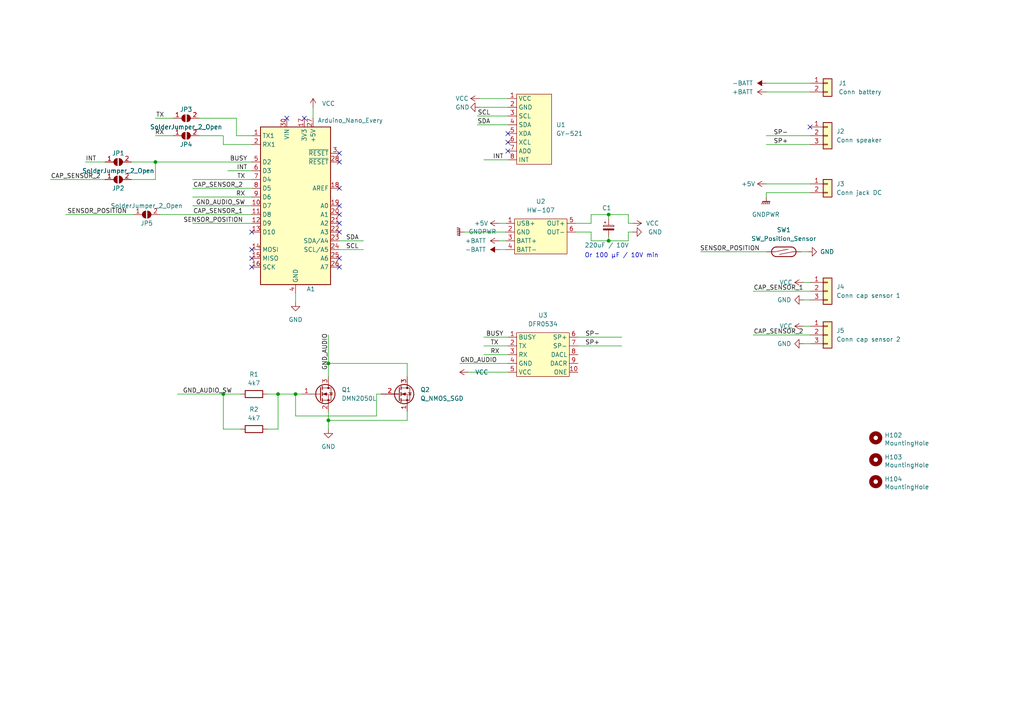
<source format=kicad_sch>
(kicad_sch (version 20210406) (generator eeschema)

  (uuid a4e28311-a86a-46a8-a7b3-67e66a0e4a1b)

  (paper "A4")

  (title_block
    (title "Boite à rire")
    (date "2021-08-10")
    (rev "v1.0")
    (company "Electrolab")
  )

  (lib_symbols
    (symbol "Connector_Generic:Conn_01x02" (pin_names (offset 1.016) hide) (in_bom yes) (on_board yes)
      (property "Reference" "J" (id 0) (at 0 2.54 0)
        (effects (font (size 1.27 1.27)))
      )
      (property "Value" "Conn_01x02" (id 1) (at 0 -5.08 0)
        (effects (font (size 1.27 1.27)))
      )
      (property "Footprint" "" (id 2) (at 0 0 0)
        (effects (font (size 1.27 1.27)) hide)
      )
      (property "Datasheet" "~" (id 3) (at 0 0 0)
        (effects (font (size 1.27 1.27)) hide)
      )
      (property "ki_keywords" "connector" (id 4) (at 0 0 0)
        (effects (font (size 1.27 1.27)) hide)
      )
      (property "ki_description" "Generic connector, single row, 01x02, script generated (kicad-library-utils/schlib/autogen/connector/)" (id 5) (at 0 0 0)
        (effects (font (size 1.27 1.27)) hide)
      )
      (property "ki_fp_filters" "Connector*:*_1x??_*" (id 6) (at 0 0 0)
        (effects (font (size 1.27 1.27)) hide)
      )
      (symbol "Conn_01x02_1_1"
        (rectangle (start -1.27 -2.413) (end 0 -2.667)
          (stroke (width 0.1524)) (fill (type none))
        )
        (rectangle (start -1.27 0.127) (end 0 -0.127)
          (stroke (width 0.1524)) (fill (type none))
        )
        (rectangle (start -1.27 1.27) (end 1.27 -3.81)
          (stroke (width 0.254)) (fill (type background))
        )
        (pin passive line (at -5.08 0 0) (length 3.81)
          (name "Pin_1" (effects (font (size 1.27 1.27))))
          (number "1" (effects (font (size 1.27 1.27))))
        )
        (pin passive line (at -5.08 -2.54 0) (length 3.81)
          (name "Pin_2" (effects (font (size 1.27 1.27))))
          (number "2" (effects (font (size 1.27 1.27))))
        )
      )
    )
    (symbol "Connector_Generic:Conn_01x03" (pin_names (offset 1.016) hide) (in_bom yes) (on_board yes)
      (property "Reference" "J" (id 0) (at 0 5.08 0)
        (effects (font (size 1.27 1.27)))
      )
      (property "Value" "Conn_01x03" (id 1) (at 0 -5.08 0)
        (effects (font (size 1.27 1.27)))
      )
      (property "Footprint" "" (id 2) (at 0 0 0)
        (effects (font (size 1.27 1.27)) hide)
      )
      (property "Datasheet" "~" (id 3) (at 0 0 0)
        (effects (font (size 1.27 1.27)) hide)
      )
      (property "ki_keywords" "connector" (id 4) (at 0 0 0)
        (effects (font (size 1.27 1.27)) hide)
      )
      (property "ki_description" "Generic connector, single row, 01x03, script generated (kicad-library-utils/schlib/autogen/connector/)" (id 5) (at 0 0 0)
        (effects (font (size 1.27 1.27)) hide)
      )
      (property "ki_fp_filters" "Connector*:*_1x??_*" (id 6) (at 0 0 0)
        (effects (font (size 1.27 1.27)) hide)
      )
      (symbol "Conn_01x03_1_1"
        (rectangle (start -1.27 -2.413) (end 0 -2.667)
          (stroke (width 0.1524)) (fill (type none))
        )
        (rectangle (start -1.27 0.127) (end 0 -0.127)
          (stroke (width 0.1524)) (fill (type none))
        )
        (rectangle (start -1.27 2.667) (end 0 2.413)
          (stroke (width 0.1524)) (fill (type none))
        )
        (rectangle (start -1.27 3.81) (end 1.27 -3.81)
          (stroke (width 0.254)) (fill (type background))
        )
        (pin passive line (at -5.08 2.54 0) (length 3.81)
          (name "Pin_1" (effects (font (size 1.27 1.27))))
          (number "1" (effects (font (size 1.27 1.27))))
        )
        (pin passive line (at -5.08 0 0) (length 3.81)
          (name "Pin_2" (effects (font (size 1.27 1.27))))
          (number "2" (effects (font (size 1.27 1.27))))
        )
        (pin passive line (at -5.08 -2.54 0) (length 3.81)
          (name "Pin_3" (effects (font (size 1.27 1.27))))
          (number "3" (effects (font (size 1.27 1.27))))
        )
      )
    )
    (symbol "Device:C_Polarized_Small" (pin_numbers hide) (pin_names (offset 0.254) hide) (in_bom yes) (on_board yes)
      (property "Reference" "C" (id 0) (at 0.254 1.778 0)
        (effects (font (size 1.27 1.27)) (justify left))
      )
      (property "Value" "C_Polarized_Small" (id 1) (at 0.254 -2.032 0)
        (effects (font (size 1.27 1.27)) (justify left))
      )
      (property "Footprint" "" (id 2) (at 0 0 0)
        (effects (font (size 1.27 1.27)) hide)
      )
      (property "Datasheet" "~" (id 3) (at 0 0 0)
        (effects (font (size 1.27 1.27)) hide)
      )
      (property "ki_keywords" "cap capacitor" (id 4) (at 0 0 0)
        (effects (font (size 1.27 1.27)) hide)
      )
      (property "ki_description" "Polarized capacitor, small symbol" (id 5) (at 0 0 0)
        (effects (font (size 1.27 1.27)) hide)
      )
      (property "ki_fp_filters" "CP_*" (id 6) (at 0 0 0)
        (effects (font (size 1.27 1.27)) hide)
      )
      (symbol "C_Polarized_Small_0_1"
        (rectangle (start -1.524 0.6858) (end 1.524 0.3048)
          (stroke (width 0)) (fill (type none))
        )
        (rectangle (start -1.524 -0.3048) (end 1.524 -0.6858)
          (stroke (width 0)) (fill (type outline))
        )
        (polyline
          (pts
            (xy -1.27 1.524)
            (xy -0.762 1.524)
          )
          (stroke (width 0)) (fill (type none))
        )
        (polyline
          (pts
            (xy -1.016 1.27)
            (xy -1.016 1.778)
          )
          (stroke (width 0)) (fill (type none))
        )
      )
      (symbol "C_Polarized_Small_1_1"
        (pin passive line (at 0 2.54 270) (length 1.8542)
          (name "~" (effects (font (size 1.27 1.27))))
          (number "1" (effects (font (size 1.27 1.27))))
        )
        (pin passive line (at 0 -2.54 90) (length 1.8542)
          (name "~" (effects (font (size 1.27 1.27))))
          (number "2" (effects (font (size 1.27 1.27))))
        )
      )
    )
    (symbol "Device:Q_NMOS_SGD" (pin_names (offset 0) hide) (in_bom yes) (on_board yes)
      (property "Reference" "Q" (id 0) (at 5.08 1.27 0)
        (effects (font (size 1.27 1.27)) (justify left))
      )
      (property "Value" "Q_NMOS_SGD" (id 1) (at 5.08 -1.27 0)
        (effects (font (size 1.27 1.27)) (justify left))
      )
      (property "Footprint" "" (id 2) (at 5.08 2.54 0)
        (effects (font (size 1.27 1.27)) hide)
      )
      (property "Datasheet" "~" (id 3) (at 0 0 0)
        (effects (font (size 1.27 1.27)) hide)
      )
      (property "ki_keywords" "transistor NMOS N-MOS N-MOSFET" (id 4) (at 0 0 0)
        (effects (font (size 1.27 1.27)) hide)
      )
      (property "ki_description" "N-MOSFET transistor, source/gate/drain" (id 5) (at 0 0 0)
        (effects (font (size 1.27 1.27)) hide)
      )
      (symbol "Q_NMOS_SGD_0_1"
        (circle (center 1.651 0) (radius 2.794) (stroke (width 0.254)) (fill (type none)))
        (circle (center 2.54 -1.778) (radius 0.254) (stroke (width 0)) (fill (type outline)))
        (circle (center 2.54 1.778) (radius 0.254) (stroke (width 0)) (fill (type outline)))
        (polyline
          (pts
            (xy 0.254 0)
            (xy -2.54 0)
          )
          (stroke (width 0)) (fill (type none))
        )
        (polyline
          (pts
            (xy 0.254 1.905)
            (xy 0.254 -1.905)
          )
          (stroke (width 0.254)) (fill (type none))
        )
        (polyline
          (pts
            (xy 0.762 -1.27)
            (xy 0.762 -2.286)
          )
          (stroke (width 0.254)) (fill (type none))
        )
        (polyline
          (pts
            (xy 0.762 0.508)
            (xy 0.762 -0.508)
          )
          (stroke (width 0.254)) (fill (type none))
        )
        (polyline
          (pts
            (xy 0.762 2.286)
            (xy 0.762 1.27)
          )
          (stroke (width 0.254)) (fill (type none))
        )
        (polyline
          (pts
            (xy 2.54 2.54)
            (xy 2.54 1.778)
          )
          (stroke (width 0)) (fill (type none))
        )
        (polyline
          (pts
            (xy 2.54 -2.54)
            (xy 2.54 0)
            (xy 0.762 0)
          )
          (stroke (width 0)) (fill (type none))
        )
        (polyline
          (pts
            (xy 0.762 -1.778)
            (xy 3.302 -1.778)
            (xy 3.302 1.778)
            (xy 0.762 1.778)
          )
          (stroke (width 0)) (fill (type none))
        )
        (polyline
          (pts
            (xy 2.794 0.508)
            (xy 2.921 0.381)
            (xy 3.683 0.381)
            (xy 3.81 0.254)
          )
          (stroke (width 0)) (fill (type none))
        )
        (polyline
          (pts
            (xy 3.302 0.381)
            (xy 2.921 -0.254)
            (xy 3.683 -0.254)
            (xy 3.302 0.381)
          )
          (stroke (width 0)) (fill (type none))
        )
        (polyline
          (pts
            (xy 1.016 0)
            (xy 2.032 0.381)
            (xy 2.032 -0.381)
            (xy 1.016 0)
          )
          (stroke (width 0)) (fill (type outline))
        )
      )
      (symbol "Q_NMOS_SGD_1_1"
        (pin passive line (at 2.54 -5.08 90) (length 2.54)
          (name "S" (effects (font (size 1.27 1.27))))
          (number "1" (effects (font (size 1.27 1.27))))
        )
        (pin input line (at -5.08 0 0) (length 5.08)
          (name "G" (effects (font (size 1.27 1.27))))
          (number "2" (effects (font (size 1.27 1.27))))
        )
        (pin passive line (at 2.54 5.08 270) (length 2.54)
          (name "D" (effects (font (size 1.27 1.27))))
          (number "3" (effects (font (size 1.27 1.27))))
        )
      )
    )
    (symbol "Device:R" (pin_numbers hide) (pin_names (offset 0)) (in_bom yes) (on_board yes)
      (property "Reference" "R" (id 0) (at 2.032 0 90)
        (effects (font (size 1.27 1.27)))
      )
      (property "Value" "R" (id 1) (at 0 0 90)
        (effects (font (size 1.27 1.27)))
      )
      (property "Footprint" "" (id 2) (at -1.778 0 90)
        (effects (font (size 1.27 1.27)) hide)
      )
      (property "Datasheet" "~" (id 3) (at 0 0 0)
        (effects (font (size 1.27 1.27)) hide)
      )
      (property "ki_keywords" "R res resistor" (id 4) (at 0 0 0)
        (effects (font (size 1.27 1.27)) hide)
      )
      (property "ki_description" "Resistor" (id 5) (at 0 0 0)
        (effects (font (size 1.27 1.27)) hide)
      )
      (property "ki_fp_filters" "R_*" (id 6) (at 0 0 0)
        (effects (font (size 1.27 1.27)) hide)
      )
      (symbol "R_0_1"
        (rectangle (start -1.016 -2.54) (end 1.016 2.54)
          (stroke (width 0.254)) (fill (type none))
        )
      )
      (symbol "R_1_1"
        (pin passive line (at 0 3.81 270) (length 1.27)
          (name "~" (effects (font (size 1.27 1.27))))
          (number "1" (effects (font (size 1.27 1.27))))
        )
        (pin passive line (at 0 -3.81 90) (length 1.27)
          (name "~" (effects (font (size 1.27 1.27))))
          (number "2" (effects (font (size 1.27 1.27))))
        )
      )
    )
    (symbol "Jumper:SolderJumper_2_Open" (pin_names (offset 0) hide) (in_bom yes) (on_board yes)
      (property "Reference" "JP" (id 0) (at 0 2.032 0)
        (effects (font (size 1.27 1.27)))
      )
      (property "Value" "SolderJumper_2_Open" (id 1) (at 0 -2.54 0)
        (effects (font (size 1.27 1.27)))
      )
      (property "Footprint" "" (id 2) (at 0 0 0)
        (effects (font (size 1.27 1.27)) hide)
      )
      (property "Datasheet" "~" (id 3) (at 0 0 0)
        (effects (font (size 1.27 1.27)) hide)
      )
      (property "ki_keywords" "solder jumper SPST" (id 4) (at 0 0 0)
        (effects (font (size 1.27 1.27)) hide)
      )
      (property "ki_description" "Solder Jumper, 2-pole, open" (id 5) (at 0 0 0)
        (effects (font (size 1.27 1.27)) hide)
      )
      (property "ki_fp_filters" "SolderJumper*Open*" (id 6) (at 0 0 0)
        (effects (font (size 1.27 1.27)) hide)
      )
      (symbol "SolderJumper_2_Open_0_1"
        (arc (start -0.254 1.016) (end -0.254 -1.016) (radius (at -0.254 0) (length 1.016) (angles 90.1 -90.1))
          (stroke (width 0)) (fill (type none))
        )
        (arc (start 0.254 -1.016) (end 0.254 1.016) (radius (at 0.254 0) (length 1.016) (angles -89.9 89.9))
          (stroke (width 0)) (fill (type none))
        )
        (arc (start -0.254 1.016) (end -0.254 -1.016) (radius (at -0.254 0) (length 1.016) (angles 90.1 -90.1))
          (stroke (width 0)) (fill (type outline))
        )
        (arc (start 0.254 -1.016) (end 0.254 1.016) (radius (at 0.254 0) (length 1.016) (angles -89.9 89.9))
          (stroke (width 0)) (fill (type outline))
        )
        (polyline
          (pts
            (xy -0.254 1.016)
            (xy -0.254 -1.016)
          )
          (stroke (width 0)) (fill (type none))
        )
        (polyline
          (pts
            (xy 0.254 1.016)
            (xy 0.254 -1.016)
          )
          (stroke (width 0)) (fill (type none))
        )
      )
      (symbol "SolderJumper_2_Open_1_1"
        (pin passive line (at -3.81 0 0) (length 2.54)
          (name "A" (effects (font (size 1.27 1.27))))
          (number "1" (effects (font (size 1.27 1.27))))
        )
        (pin passive line (at 3.81 0 180) (length 2.54)
          (name "B" (effects (font (size 1.27 1.27))))
          (number "2" (effects (font (size 1.27 1.27))))
        )
      )
    )
    (symbol "MCU_Module:Arduino_Nano_Every" (in_bom yes) (on_board yes)
      (property "Reference" "A" (id 0) (at -10.16 23.495 0)
        (effects (font (size 1.27 1.27)) (justify left bottom))
      )
      (property "Value" "Arduino_Nano_Every" (id 1) (at 5.08 -24.13 0)
        (effects (font (size 1.27 1.27)) (justify left top))
      )
      (property "Footprint" "Module:Arduino_Nano" (id 2) (at 0 0 0)
        (effects (font (size 1.27 1.27) italic) hide)
      )
      (property "Datasheet" "https://content.arduino.cc/assets/NANOEveryV3.0_sch.pdf" (id 3) (at 0 0 0)
        (effects (font (size 1.27 1.27)) hide)
      )
      (property "ki_keywords" "Arduino nano microcontroller module USB UPDI AATMega4809 AVR" (id 4) (at 0 0 0)
        (effects (font (size 1.27 1.27)) hide)
      )
      (property "ki_description" "Arduino Nano Every" (id 5) (at 0 0 0)
        (effects (font (size 1.27 1.27)) hide)
      )
      (property "ki_fp_filters" "Arduino*Nano*" (id 6) (at 0 0 0)
        (effects (font (size 1.27 1.27)) hide)
      )
      (symbol "Arduino_Nano_Every_0_1"
        (rectangle (start -10.16 22.86) (end 10.16 -22.86)
          (stroke (width 0.254)) (fill (type background))
        )
      )
      (symbol "Arduino_Nano_Every_1_1"
        (pin bidirectional line (at -12.7 20.32 0) (length 2.54)
          (name "TX1" (effects (font (size 1.27 1.27))))
          (number "1" (effects (font (size 1.27 1.27))))
        )
        (pin bidirectional line (at -12.7 0 0) (length 2.54)
          (name "D7" (effects (font (size 1.27 1.27))))
          (number "10" (effects (font (size 1.27 1.27))))
        )
        (pin bidirectional line (at -12.7 -2.54 0) (length 2.54)
          (name "D8" (effects (font (size 1.27 1.27))))
          (number "11" (effects (font (size 1.27 1.27))))
        )
        (pin bidirectional line (at -12.7 -5.08 0) (length 2.54)
          (name "D9" (effects (font (size 1.27 1.27))))
          (number "12" (effects (font (size 1.27 1.27))))
        )
        (pin bidirectional line (at -12.7 -7.62 0) (length 2.54)
          (name "D10" (effects (font (size 1.27 1.27))))
          (number "13" (effects (font (size 1.27 1.27))))
        )
        (pin bidirectional line (at -12.7 -12.7 0) (length 2.54)
          (name "MOSI" (effects (font (size 1.27 1.27))))
          (number "14" (effects (font (size 1.27 1.27))))
        )
        (pin bidirectional line (at -12.7 -15.24 0) (length 2.54)
          (name "MISO" (effects (font (size 1.27 1.27))))
          (number "15" (effects (font (size 1.27 1.27))))
        )
        (pin bidirectional line (at -12.7 -17.78 0) (length 2.54)
          (name "SCK" (effects (font (size 1.27 1.27))))
          (number "16" (effects (font (size 1.27 1.27))))
        )
        (pin power_out line (at 2.54 25.4 270) (length 2.54)
          (name "3V3" (effects (font (size 1.27 1.27))))
          (number "17" (effects (font (size 1.27 1.27))))
        )
        (pin input line (at 12.7 5.08 180) (length 2.54)
          (name "AREF" (effects (font (size 1.27 1.27))))
          (number "18" (effects (font (size 1.27 1.27))))
        )
        (pin bidirectional line (at 12.7 0 180) (length 2.54)
          (name "A0" (effects (font (size 1.27 1.27))))
          (number "19" (effects (font (size 1.27 1.27))))
        )
        (pin bidirectional line (at -12.7 17.78 0) (length 2.54)
          (name "RX1" (effects (font (size 1.27 1.27))))
          (number "2" (effects (font (size 1.27 1.27))))
        )
        (pin bidirectional line (at 12.7 -2.54 180) (length 2.54)
          (name "A1" (effects (font (size 1.27 1.27))))
          (number "20" (effects (font (size 1.27 1.27))))
        )
        (pin bidirectional line (at 12.7 -5.08 180) (length 2.54)
          (name "A2" (effects (font (size 1.27 1.27))))
          (number "21" (effects (font (size 1.27 1.27))))
        )
        (pin bidirectional line (at 12.7 -7.62 180) (length 2.54)
          (name "A3" (effects (font (size 1.27 1.27))))
          (number "22" (effects (font (size 1.27 1.27))))
        )
        (pin bidirectional line (at 12.7 -10.16 180) (length 2.54)
          (name "SDA/A4" (effects (font (size 1.27 1.27))))
          (number "23" (effects (font (size 1.27 1.27))))
        )
        (pin bidirectional line (at 12.7 -12.7 180) (length 2.54)
          (name "SCL/A5" (effects (font (size 1.27 1.27))))
          (number "24" (effects (font (size 1.27 1.27))))
        )
        (pin bidirectional line (at 12.7 -15.24 180) (length 2.54)
          (name "A6" (effects (font (size 1.27 1.27))))
          (number "25" (effects (font (size 1.27 1.27))))
        )
        (pin bidirectional line (at 12.7 -17.78 180) (length 2.54)
          (name "A7" (effects (font (size 1.27 1.27))))
          (number "26" (effects (font (size 1.27 1.27))))
        )
        (pin power_out line (at 5.08 25.4 270) (length 2.54)
          (name "+5V" (effects (font (size 1.27 1.27))))
          (number "27" (effects (font (size 1.27 1.27))))
        )
        (pin input line (at 12.7 12.7 180) (length 2.54)
          (name "~{RESET}" (effects (font (size 1.27 1.27))))
          (number "28" (effects (font (size 1.27 1.27))))
        )
        (pin passive line (at 0 -25.4 90) (length 2.54) hide
          (name "GND" (effects (font (size 1.27 1.27))))
          (number "29" (effects (font (size 1.27 1.27))))
        )
        (pin input line (at 12.7 15.24 180) (length 2.54)
          (name "~{RESET}" (effects (font (size 1.27 1.27))))
          (number "3" (effects (font (size 1.27 1.27))))
        )
        (pin power_in line (at -2.54 25.4 270) (length 2.54)
          (name "VIN" (effects (font (size 1.27 1.27))))
          (number "30" (effects (font (size 1.27 1.27))))
        )
        (pin power_in line (at 0 -25.4 90) (length 2.54)
          (name "GND" (effects (font (size 1.27 1.27))))
          (number "4" (effects (font (size 1.27 1.27))))
        )
        (pin bidirectional line (at -12.7 12.7 0) (length 2.54)
          (name "D2" (effects (font (size 1.27 1.27))))
          (number "5" (effects (font (size 1.27 1.27))))
        )
        (pin bidirectional line (at -12.7 10.16 0) (length 2.54)
          (name "D3" (effects (font (size 1.27 1.27))))
          (number "6" (effects (font (size 1.27 1.27))))
        )
        (pin bidirectional line (at -12.7 7.62 0) (length 2.54)
          (name "D4" (effects (font (size 1.27 1.27))))
          (number "7" (effects (font (size 1.27 1.27))))
        )
        (pin bidirectional line (at -12.7 5.08 0) (length 2.54)
          (name "D5" (effects (font (size 1.27 1.27))))
          (number "8" (effects (font (size 1.27 1.27))))
        )
        (pin bidirectional line (at -12.7 2.54 0) (length 2.54)
          (name "D6" (effects (font (size 1.27 1.27))))
          (number "9" (effects (font (size 1.27 1.27))))
        )
      )
    )
    (symbol "Mechanical:MountingHole" (pin_names (offset 1.016)) (in_bom yes) (on_board yes)
      (property "Reference" "H" (id 0) (at 0 5.08 0)
        (effects (font (size 1.27 1.27)))
      )
      (property "Value" "MountingHole" (id 1) (at 0 3.175 0)
        (effects (font (size 1.27 1.27)))
      )
      (property "Footprint" "" (id 2) (at 0 0 0)
        (effects (font (size 1.27 1.27)) hide)
      )
      (property "Datasheet" "~" (id 3) (at 0 0 0)
        (effects (font (size 1.27 1.27)) hide)
      )
      (property "ki_keywords" "mounting hole" (id 4) (at 0 0 0)
        (effects (font (size 1.27 1.27)) hide)
      )
      (property "ki_description" "Mounting Hole without connection" (id 5) (at 0 0 0)
        (effects (font (size 1.27 1.27)) hide)
      )
      (property "ki_fp_filters" "MountingHole*" (id 6) (at 0 0 0)
        (effects (font (size 1.27 1.27)) hide)
      )
      (symbol "MountingHole_0_1"
        (circle (center 0 0) (radius 1.27) (stroke (width 1.27)) (fill (type none)))
      )
    )
    (symbol "Switch:SW_Reed" (pin_numbers hide) (pin_names (offset 0) hide) (in_bom yes) (on_board yes)
      (property "Reference" "SW" (id 0) (at 0 2.54 0)
        (effects (font (size 1.27 1.27)))
      )
      (property "Value" "SW_Reed" (id 1) (at 0 -2.54 0)
        (effects (font (size 1.27 1.27)))
      )
      (property "Footprint" "" (id 2) (at 0 0 0)
        (effects (font (size 1.27 1.27)) hide)
      )
      (property "Datasheet" "~" (id 3) (at 0 0 0)
        (effects (font (size 1.27 1.27)) hide)
      )
      (property "ki_keywords" "reed magnetic switch" (id 4) (at 0 0 0)
        (effects (font (size 1.27 1.27)) hide)
      )
      (property "ki_description" "reed switch" (id 5) (at 0 0 0)
        (effects (font (size 1.27 1.27)) hide)
      )
      (symbol "SW_Reed_0_0"
        (arc (start -2.159 1.397) (end -2.159 -1.397) (radius (at -2.159 0) (length 1.397) (angles 90.1 -90.1))
          (stroke (width 0.254)) (fill (type none))
        )
        (arc (start 2.159 -1.397) (end 2.159 1.397) (radius (at 2.159 0) (length 1.397) (angles -89.9 89.9))
          (stroke (width 0.254)) (fill (type none))
        )
        (polyline
          (pts
            (xy -2.54 0)
            (xy 1.27 0.762)
          )
          (stroke (width 0)) (fill (type none))
        )
        (polyline
          (pts
            (xy -2.159 -1.397)
            (xy 2.286 -1.397)
          )
          (stroke (width 0.254)) (fill (type none))
        )
        (polyline
          (pts
            (xy 2.159 1.397)
            (xy -2.159 1.397)
          )
          (stroke (width 0.254)) (fill (type none))
        )
        (polyline
          (pts
            (xy 2.54 0)
            (xy -1.27 -0.762)
          )
          (stroke (width 0)) (fill (type none))
        )
      )
      (symbol "SW_Reed_1_1"
        (pin passive line (at -5.08 0 0) (length 2.54)
          (name "1" (effects (font (size 1.27 1.27))))
          (number "1" (effects (font (size 1.27 1.27))))
        )
        (pin passive line (at 5.08 0 180) (length 2.54)
          (name "2" (effects (font (size 1.27 1.27))))
          (number "2" (effects (font (size 1.27 1.27))))
        )
      )
    )
    (symbol "Transistor_FET:DMN2050L" (pin_names hide) (in_bom yes) (on_board yes)
      (property "Reference" "Q" (id 0) (at 5.08 1.905 0)
        (effects (font (size 1.27 1.27)) (justify left))
      )
      (property "Value" "DMN2050L" (id 1) (at 5.08 0 0)
        (effects (font (size 1.27 1.27)) (justify left))
      )
      (property "Footprint" "Package_TO_SOT_SMD:SOT-23" (id 2) (at 5.08 -1.905 0)
        (effects (font (size 1.27 1.27) italic) (justify left) hide)
      )
      (property "Datasheet" "http://www.diodes.com/assets/Datasheets/ds31502.pdf" (id 3) (at 0 0 0)
        (effects (font (size 1.27 1.27)) (justify left) hide)
      )
      (property "ki_keywords" "N-Channel MOSFET" (id 4) (at 0 0 0)
        (effects (font (size 1.27 1.27)) hide)
      )
      (property "ki_description" "5.9A Id, 20V Vds, N-Channel MOSFET, SOT-23" (id 5) (at 0 0 0)
        (effects (font (size 1.27 1.27)) hide)
      )
      (property "ki_fp_filters" "SOT?23*" (id 6) (at 0 0 0)
        (effects (font (size 1.27 1.27)) hide)
      )
      (symbol "DMN2050L_0_1"
        (circle (center 1.651 0) (radius 2.794) (stroke (width 0.254)) (fill (type none)))
        (circle (center 2.54 -1.778) (radius 0.254) (stroke (width 0)) (fill (type outline)))
        (circle (center 2.54 1.778) (radius 0.254) (stroke (width 0)) (fill (type outline)))
        (polyline
          (pts
            (xy 0.254 0)
            (xy -2.54 0)
          )
          (stroke (width 0)) (fill (type none))
        )
        (polyline
          (pts
            (xy 0.254 1.905)
            (xy 0.254 -1.905)
          )
          (stroke (width 0.254)) (fill (type none))
        )
        (polyline
          (pts
            (xy 0.762 -1.27)
            (xy 0.762 -2.286)
          )
          (stroke (width 0.254)) (fill (type none))
        )
        (polyline
          (pts
            (xy 0.762 0.508)
            (xy 0.762 -0.508)
          )
          (stroke (width 0.254)) (fill (type none))
        )
        (polyline
          (pts
            (xy 0.762 2.286)
            (xy 0.762 1.27)
          )
          (stroke (width 0.254)) (fill (type none))
        )
        (polyline
          (pts
            (xy 2.54 2.54)
            (xy 2.54 1.778)
          )
          (stroke (width 0)) (fill (type none))
        )
        (polyline
          (pts
            (xy 2.54 -2.54)
            (xy 2.54 0)
            (xy 0.762 0)
          )
          (stroke (width 0)) (fill (type none))
        )
        (polyline
          (pts
            (xy 0.762 -1.778)
            (xy 3.302 -1.778)
            (xy 3.302 1.778)
            (xy 0.762 1.778)
          )
          (stroke (width 0)) (fill (type none))
        )
        (polyline
          (pts
            (xy 2.794 0.508)
            (xy 2.921 0.381)
            (xy 3.683 0.381)
            (xy 3.81 0.254)
          )
          (stroke (width 0)) (fill (type none))
        )
        (polyline
          (pts
            (xy 3.302 0.381)
            (xy 2.921 -0.254)
            (xy 3.683 -0.254)
            (xy 3.302 0.381)
          )
          (stroke (width 0)) (fill (type none))
        )
        (polyline
          (pts
            (xy 1.016 0)
            (xy 2.032 0.381)
            (xy 2.032 -0.381)
            (xy 1.016 0)
          )
          (stroke (width 0)) (fill (type outline))
        )
      )
      (symbol "DMN2050L_1_1"
        (pin input line (at -5.08 0 0) (length 2.54)
          (name "G" (effects (font (size 1.27 1.27))))
          (number "1" (effects (font (size 1.27 1.27))))
        )
        (pin passive line (at 2.54 -5.08 90) (length 2.54)
          (name "S" (effects (font (size 1.27 1.27))))
          (number "2" (effects (font (size 1.27 1.27))))
        )
        (pin passive line (at 2.54 5.08 270) (length 2.54)
          (name "D" (effects (font (size 1.27 1.27))))
          (number "3" (effects (font (size 1.27 1.27))))
        )
      )
    )
    (symbol "boitarire_lib:DFR0534" (in_bom yes) (on_board yes)
      (property "Reference" "U" (id 0) (at 0 -12.7 0)
        (effects (font (size 1.27 1.27)))
      )
      (property "Value" "DFR0534" (id 1) (at 0 2.54 0)
        (effects (font (size 1.27 1.27)))
      )
      (property "Footprint" "" (id 2) (at 0 0 0)
        (effects (font (size 1.27 1.27)) hide)
      )
      (property "Datasheet" "" (id 3) (at 0 0 0)
        (effects (font (size 1.27 1.27)) hide)
      )
      (symbol "DFR0534_0_0"
        (pin bidirectional line (at -10.16 0 0) (length 2.54)
          (name "BUSY" (effects (font (size 1.27 1.27))))
          (number "1" (effects (font (size 1.27 1.27))))
        )
        (pin passive line (at 10.16 -10.16 180) (length 2.54)
          (name "ONE" (effects (font (size 1.27 1.27))))
          (number "10" (effects (font (size 1.27 1.27))))
        )
        (pin output line (at -10.16 -2.54 0) (length 2.54)
          (name "TX" (effects (font (size 1.27 1.27))))
          (number "2" (effects (font (size 1.27 1.27))))
        )
        (pin input line (at -10.16 -5.08 0) (length 2.54)
          (name "RX" (effects (font (size 1.27 1.27))))
          (number "3" (effects (font (size 1.27 1.27))))
        )
        (pin passive line (at -10.16 -7.62 0) (length 2.54)
          (name "GND" (effects (font (size 1.27 1.27))))
          (number "4" (effects (font (size 1.27 1.27))))
        )
        (pin power_in line (at -10.16 -10.16 0) (length 2.54)
          (name "VCC" (effects (font (size 1.27 1.27))))
          (number "5" (effects (font (size 1.27 1.27))))
        )
        (pin output line (at 10.16 0 180) (length 2.54)
          (name "SP+" (effects (font (size 1.27 1.27))))
          (number "6" (effects (font (size 1.27 1.27))))
        )
        (pin output line (at 10.16 -2.54 180) (length 2.54)
          (name "SP-" (effects (font (size 1.27 1.27))))
          (number "7" (effects (font (size 1.27 1.27))))
        )
        (pin output line (at 10.16 -5.08 180) (length 2.54)
          (name "DACL" (effects (font (size 1.27 1.27))))
          (number "8" (effects (font (size 1.27 1.27))))
        )
        (pin output line (at 10.16 -7.62 180) (length 2.54)
          (name "DACR" (effects (font (size 1.27 1.27))))
          (number "9" (effects (font (size 1.27 1.27))))
        )
        (pin passive line (at -2.54 -13.97 90) (length 2.54) hide
          (name "Screw_term_1" (effects (font (size 1.27 1.27))))
          (number "S1" (effects (font (size 1.27 1.27))))
        )
        (pin passive line (at 2.54 -13.97 90) (length 2.54) hide
          (name "Screw_term_2" (effects (font (size 1.27 1.27))))
          (number "S2" (effects (font (size 1.27 1.27))))
        )
      )
      (symbol "DFR0534_0_1"
        (rectangle (start -7.62 1.27) (end 7.62 -11.43)
          (stroke (width 0.1524)) (fill (type background))
        )
      )
    )
    (symbol "boitarire_lib:GY-521" (in_bom yes) (on_board yes)
      (property "Reference" "U" (id 0) (at 0 -20.32 0)
        (effects (font (size 1.27 1.27)))
      )
      (property "Value" "GY-521" (id 1) (at 0 2.54 0)
        (effects (font (size 1.27 1.27)))
      )
      (property "Footprint" "" (id 2) (at -7.62 0 0)
        (effects (font (size 1.27 1.27)) hide)
      )
      (property "Datasheet" "" (id 3) (at -7.62 0 0)
        (effects (font (size 1.27 1.27)) hide)
      )
      (symbol "GY-521_0_0"
        (pin power_in line (at -7.62 0 0) (length 2.54)
          (name "VCC" (effects (font (size 1.27 1.27))))
          (number "1" (effects (font (size 1.27 1.27))))
        )
        (pin passive line (at -7.62 -2.54 0) (length 2.54)
          (name "GND" (effects (font (size 1.27 1.27))))
          (number "2" (effects (font (size 1.27 1.27))))
        )
        (pin tri_state line (at -7.62 -5.08 0) (length 2.54)
          (name "SCL" (effects (font (size 1.27 1.27))))
          (number "3" (effects (font (size 1.27 1.27))))
        )
        (pin tri_state line (at -7.62 -7.62 0) (length 2.54)
          (name "SDA" (effects (font (size 1.27 1.27))))
          (number "4" (effects (font (size 1.27 1.27))))
        )
        (pin passive line (at -7.62 -10.16 0) (length 2.54)
          (name "XDA" (effects (font (size 1.27 1.27))))
          (number "5" (effects (font (size 1.27 1.27))))
        )
        (pin passive line (at -7.62 -12.7 0) (length 2.54)
          (name "XCL" (effects (font (size 1.27 1.27))))
          (number "6" (effects (font (size 1.27 1.27))))
        )
        (pin passive line (at -7.62 -15.24 0) (length 2.54)
          (name "AD0" (effects (font (size 1.27 1.27))))
          (number "7" (effects (font (size 1.27 1.27))))
        )
        (pin open_collector line (at -7.62 -17.78 0) (length 2.54)
          (name "INT" (effects (font (size 1.27 1.27))))
          (number "8" (effects (font (size 1.27 1.27))))
        )
      )
      (symbol "GY-521_0_1"
        (rectangle (start -5.08 1.27) (end 5.08 -19.05)
          (stroke (width 0.1524)) (fill (type background))
        )
      )
    )
    (symbol "boitarire_lib:HW-107" (in_bom yes) (on_board yes)
      (property "Reference" "U" (id 0) (at 0 -10.16 0)
        (effects (font (size 1.27 1.27)))
      )
      (property "Value" "HW-107" (id 1) (at 0 2.54 0)
        (effects (font (size 1.27 1.27)))
      )
      (property "Footprint" "" (id 2) (at 0 0 0)
        (effects (font (size 1.27 1.27)) hide)
      )
      (property "Datasheet" "" (id 3) (at 0 0 0)
        (effects (font (size 1.27 1.27)) hide)
      )
      (symbol "HW-107_0_0"
        (pin power_in line (at -10.16 0 0) (length 2.54)
          (name "USB+" (effects (font (size 1.27 1.27))))
          (number "1" (effects (font (size 1.27 1.27))))
        )
        (pin passive line (at -10.16 -2.54 0) (length 2.54)
          (name "GND" (effects (font (size 1.27 1.27))))
          (number "2" (effects (font (size 1.27 1.27))))
        )
        (pin power_in line (at -10.16 -5.08 0) (length 2.54)
          (name "BATT+" (effects (font (size 1.27 1.27))))
          (number "3" (effects (font (size 1.27 1.27))))
        )
        (pin passive line (at -10.16 -7.62 0) (length 2.54)
          (name "BATT-" (effects (font (size 1.27 1.27))))
          (number "4" (effects (font (size 1.27 1.27))))
        )
        (pin power_out line (at 10.16 0 180) (length 2.54)
          (name "OUT+" (effects (font (size 1.27 1.27))))
          (number "5" (effects (font (size 1.27 1.27))))
        )
        (pin passive line (at 10.16 -2.54 180) (length 2.54)
          (name "OUT-" (effects (font (size 1.27 1.27))))
          (number "6" (effects (font (size 1.27 1.27))))
        )
      )
      (symbol "HW-107_0_1"
        (rectangle (start -7.62 1.27) (end 7.62 -8.89)
          (stroke (width 0.1524)) (fill (type background))
        )
      )
    )
    (symbol "power:+5V" (power) (pin_names (offset 0)) (in_bom yes) (on_board yes)
      (property "Reference" "#PWR" (id 0) (at 0 -3.81 0)
        (effects (font (size 1.27 1.27)) hide)
      )
      (property "Value" "+5V" (id 1) (at 0 3.556 0)
        (effects (font (size 1.27 1.27)))
      )
      (property "Footprint" "" (id 2) (at 0 0 0)
        (effects (font (size 1.27 1.27)) hide)
      )
      (property "Datasheet" "" (id 3) (at 0 0 0)
        (effects (font (size 1.27 1.27)) hide)
      )
      (property "ki_keywords" "power-flag" (id 4) (at 0 0 0)
        (effects (font (size 1.27 1.27)) hide)
      )
      (property "ki_description" "Power symbol creates a global label with name \"+5V\"" (id 5) (at 0 0 0)
        (effects (font (size 1.27 1.27)) hide)
      )
      (symbol "+5V_0_1"
        (polyline
          (pts
            (xy -0.762 1.27)
            (xy 0 2.54)
          )
          (stroke (width 0)) (fill (type none))
        )
        (polyline
          (pts
            (xy 0 0)
            (xy 0 2.54)
          )
          (stroke (width 0)) (fill (type none))
        )
        (polyline
          (pts
            (xy 0 2.54)
            (xy 0.762 1.27)
          )
          (stroke (width 0)) (fill (type none))
        )
      )
      (symbol "+5V_1_1"
        (pin power_in line (at 0 0 90) (length 0) hide
          (name "+5V" (effects (font (size 1.27 1.27))))
          (number "1" (effects (font (size 1.27 1.27))))
        )
      )
    )
    (symbol "power:+BATT" (power) (pin_names (offset 0)) (in_bom yes) (on_board yes)
      (property "Reference" "#PWR" (id 0) (at 0 -3.81 0)
        (effects (font (size 1.27 1.27)) hide)
      )
      (property "Value" "+BATT" (id 1) (at 0 3.556 0)
        (effects (font (size 1.27 1.27)))
      )
      (property "Footprint" "" (id 2) (at 0 0 0)
        (effects (font (size 1.27 1.27)) hide)
      )
      (property "Datasheet" "" (id 3) (at 0 0 0)
        (effects (font (size 1.27 1.27)) hide)
      )
      (property "ki_keywords" "power-flag battery" (id 4) (at 0 0 0)
        (effects (font (size 1.27 1.27)) hide)
      )
      (property "ki_description" "Power symbol creates a global label with name \"+BATT\"" (id 5) (at 0 0 0)
        (effects (font (size 1.27 1.27)) hide)
      )
      (symbol "+BATT_0_1"
        (polyline
          (pts
            (xy -0.762 1.27)
            (xy 0 2.54)
          )
          (stroke (width 0)) (fill (type none))
        )
        (polyline
          (pts
            (xy 0 0)
            (xy 0 2.54)
          )
          (stroke (width 0)) (fill (type none))
        )
        (polyline
          (pts
            (xy 0 2.54)
            (xy 0.762 1.27)
          )
          (stroke (width 0)) (fill (type none))
        )
      )
      (symbol "+BATT_1_1"
        (pin power_in line (at 0 0 90) (length 0) hide
          (name "+BATT" (effects (font (size 1.27 1.27))))
          (number "1" (effects (font (size 1.27 1.27))))
        )
      )
    )
    (symbol "power:-BATT" (power) (pin_names (offset 0)) (in_bom yes) (on_board yes)
      (property "Reference" "#PWR" (id 0) (at 0 -3.81 0)
        (effects (font (size 1.27 1.27)) hide)
      )
      (property "Value" "-BATT" (id 1) (at 0 3.556 0)
        (effects (font (size 1.27 1.27)))
      )
      (property "Footprint" "" (id 2) (at 0 0 0)
        (effects (font (size 1.27 1.27)) hide)
      )
      (property "Datasheet" "" (id 3) (at 0 0 0)
        (effects (font (size 1.27 1.27)) hide)
      )
      (property "ki_keywords" "power-flag battery" (id 4) (at 0 0 0)
        (effects (font (size 1.27 1.27)) hide)
      )
      (property "ki_description" "Power symbol creates a global label with name \"-BATT\"" (id 5) (at 0 0 0)
        (effects (font (size 1.27 1.27)) hide)
      )
      (symbol "-BATT_0_1"
        (polyline
          (pts
            (xy 0 0)
            (xy 0 2.54)
          )
          (stroke (width 0)) (fill (type none))
        )
        (polyline
          (pts
            (xy 0.762 1.27)
            (xy -0.762 1.27)
            (xy 0 2.54)
            (xy 0.762 1.27)
          )
          (stroke (width 0)) (fill (type outline))
        )
      )
      (symbol "-BATT_1_1"
        (pin power_in line (at 0 0 90) (length 0) hide
          (name "-BATT" (effects (font (size 1.27 1.27))))
          (number "1" (effects (font (size 1.27 1.27))))
        )
      )
    )
    (symbol "power:GND" (power) (pin_names (offset 0)) (in_bom yes) (on_board yes)
      (property "Reference" "#PWR" (id 0) (at 0 -6.35 0)
        (effects (font (size 1.27 1.27)) hide)
      )
      (property "Value" "GND" (id 1) (at 0 -3.81 0)
        (effects (font (size 1.27 1.27)))
      )
      (property "Footprint" "" (id 2) (at 0 0 0)
        (effects (font (size 1.27 1.27)) hide)
      )
      (property "Datasheet" "" (id 3) (at 0 0 0)
        (effects (font (size 1.27 1.27)) hide)
      )
      (property "ki_keywords" "power-flag" (id 4) (at 0 0 0)
        (effects (font (size 1.27 1.27)) hide)
      )
      (property "ki_description" "Power symbol creates a global label with name \"GND\" , ground" (id 5) (at 0 0 0)
        (effects (font (size 1.27 1.27)) hide)
      )
      (symbol "GND_0_1"
        (polyline
          (pts
            (xy 0 0)
            (xy 0 -1.27)
            (xy 1.27 -1.27)
            (xy 0 -2.54)
            (xy -1.27 -1.27)
            (xy 0 -1.27)
          )
          (stroke (width 0)) (fill (type none))
        )
      )
      (symbol "GND_1_1"
        (pin power_in line (at 0 0 270) (length 0) hide
          (name "GND" (effects (font (size 1.27 1.27))))
          (number "1" (effects (font (size 1.27 1.27))))
        )
      )
    )
    (symbol "power:GNDPWR" (power) (pin_names (offset 0)) (in_bom yes) (on_board yes)
      (property "Reference" "#PWR" (id 0) (at 0 -5.08 0)
        (effects (font (size 1.27 1.27)) hide)
      )
      (property "Value" "GNDPWR" (id 1) (at 0 -3.302 0)
        (effects (font (size 1.27 1.27)))
      )
      (property "Footprint" "" (id 2) (at 0 -1.27 0)
        (effects (font (size 1.27 1.27)) hide)
      )
      (property "Datasheet" "" (id 3) (at 0 -1.27 0)
        (effects (font (size 1.27 1.27)) hide)
      )
      (property "ki_keywords" "power-flag" (id 4) (at 0 0 0)
        (effects (font (size 1.27 1.27)) hide)
      )
      (property "ki_description" "Power symbol creates a global label with name \"GNDPWR\" , power ground" (id 5) (at 0 0 0)
        (effects (font (size 1.27 1.27)) hide)
      )
      (symbol "GNDPWR_0_1"
        (polyline
          (pts
            (xy 0 -1.27)
            (xy 0 0)
          )
          (stroke (width 0)) (fill (type none))
        )
        (polyline
          (pts
            (xy -1.016 -1.27)
            (xy -1.27 -2.032)
            (xy -1.27 -2.032)
          )
          (stroke (width 0.2032)) (fill (type none))
        )
        (polyline
          (pts
            (xy -0.508 -1.27)
            (xy -0.762 -2.032)
            (xy -0.762 -2.032)
          )
          (stroke (width 0.2032)) (fill (type none))
        )
        (polyline
          (pts
            (xy 0 -1.27)
            (xy -0.254 -2.032)
            (xy -0.254 -2.032)
          )
          (stroke (width 0.2032)) (fill (type none))
        )
        (polyline
          (pts
            (xy 0.508 -1.27)
            (xy 0.254 -2.032)
            (xy 0.254 -2.032)
          )
          (stroke (width 0.2032)) (fill (type none))
        )
        (polyline
          (pts
            (xy 1.016 -1.27)
            (xy -1.016 -1.27)
            (xy -1.016 -1.27)
          )
          (stroke (width 0.2032)) (fill (type none))
        )
        (polyline
          (pts
            (xy 1.016 -1.27)
            (xy 0.762 -2.032)
            (xy 0.762 -2.032)
            (xy 0.762 -2.032)
          )
          (stroke (width 0.2032)) (fill (type none))
        )
      )
      (symbol "GNDPWR_1_1"
        (pin power_in line (at 0 0 270) (length 0) hide
          (name "GNDPWR" (effects (font (size 1.27 1.27))))
          (number "1" (effects (font (size 1.27 1.27))))
        )
      )
    )
    (symbol "power:VCC" (power) (pin_names (offset 0)) (in_bom yes) (on_board yes)
      (property "Reference" "#PWR" (id 0) (at 0 -3.81 0)
        (effects (font (size 1.27 1.27)) hide)
      )
      (property "Value" "VCC" (id 1) (at 0 3.81 0)
        (effects (font (size 1.27 1.27)))
      )
      (property "Footprint" "" (id 2) (at 0 0 0)
        (effects (font (size 1.27 1.27)) hide)
      )
      (property "Datasheet" "" (id 3) (at 0 0 0)
        (effects (font (size 1.27 1.27)) hide)
      )
      (property "ki_keywords" "power-flag" (id 4) (at 0 0 0)
        (effects (font (size 1.27 1.27)) hide)
      )
      (property "ki_description" "Power symbol creates a global label with name \"VCC\"" (id 5) (at 0 0 0)
        (effects (font (size 1.27 1.27)) hide)
      )
      (symbol "VCC_0_1"
        (polyline
          (pts
            (xy -0.762 1.27)
            (xy 0 2.54)
          )
          (stroke (width 0)) (fill (type none))
        )
        (polyline
          (pts
            (xy 0 0)
            (xy 0 2.54)
          )
          (stroke (width 0)) (fill (type none))
        )
        (polyline
          (pts
            (xy 0 2.54)
            (xy 0.762 1.27)
          )
          (stroke (width 0)) (fill (type none))
        )
      )
      (symbol "VCC_1_1"
        (pin power_in line (at 0 0 90) (length 0) hide
          (name "VCC" (effects (font (size 1.27 1.27))))
          (number "1" (effects (font (size 1.27 1.27))))
        )
      )
    )
  )

  (junction (at 45.085 46.99) (diameter 0.9144) (color 0 0 0 0))
  (junction (at 64.77 114.3) (diameter 0.9144) (color 0 0 0 0))
  (junction (at 80.645 114.3) (diameter 0.9144) (color 0 0 0 0))
  (junction (at 85.725 114.3) (diameter 0.9144) (color 0 0 0 0))
  (junction (at 95.25 105.41) (diameter 0.9144) (color 0 0 0 0))
  (junction (at 95.25 121.92) (diameter 0.9144) (color 0 0 0 0))
  (junction (at 176.53 62.23) (diameter 0.9144) (color 0 0 0 0))
  (junction (at 176.53 69.85) (diameter 0.9144) (color 0 0 0 0))

  (no_connect (at 73.025 67.31) (uuid ab7ce74b-ee2b-4a4c-b809-13360a25bbaa))
  (no_connect (at 73.025 72.39) (uuid ab7ce74b-ee2b-4a4c-b809-13360a25bbaa))
  (no_connect (at 73.025 74.93) (uuid d1e75edf-cf82-445e-95c6-d89447be959e))
  (no_connect (at 73.025 77.47) (uuid d1e75edf-cf82-445e-95c6-d89447be959e))
  (no_connect (at 83.185 34.29) (uuid dc6bfbcc-0a95-4a29-874c-ba0a81e500f9))
  (no_connect (at 88.265 34.29) (uuid 8aff41e1-8e9f-4d0a-86aa-a6a1e18e190b))
  (no_connect (at 98.425 44.45) (uuid 8b8b8863-032b-4ccc-8f2e-ac11a3ef7540))
  (no_connect (at 98.425 46.99) (uuid af056d36-b7ab-4e30-b8a9-b191db0f29ad))
  (no_connect (at 98.425 54.61) (uuid 76949eab-eb9f-46f5-8f27-0eb9eac6fb91))
  (no_connect (at 98.425 59.69) (uuid ab7ce74b-ee2b-4a4c-b809-13360a25bbaa))
  (no_connect (at 98.425 62.23) (uuid ab7ce74b-ee2b-4a4c-b809-13360a25bbaa))
  (no_connect (at 98.425 64.77) (uuid 94232c53-d43d-413e-8072-8de6809aa233))
  (no_connect (at 98.425 67.31) (uuid 94232c53-d43d-413e-8072-8de6809aa233))
  (no_connect (at 98.425 74.93) (uuid ab7ce74b-ee2b-4a4c-b809-13360a25bbaa))
  (no_connect (at 98.425 77.47) (uuid ab7ce74b-ee2b-4a4c-b809-13360a25bbaa))
  (no_connect (at 147.32 38.735) (uuid a91a47b6-45e3-4d69-9025-3333457be20c))
  (no_connect (at 147.32 41.275) (uuid a91a47b6-45e3-4d69-9025-3333457be20c))
  (no_connect (at 147.32 43.815) (uuid a91a47b6-45e3-4d69-9025-3333457be20c))
  (no_connect (at 234.95 36.83) (uuid de0c4f2d-a0c1-4c4c-8db9-6418d1c82091))

  (wire (pts (xy 14.605 52.07) (xy 30.48 52.07))
    (stroke (width 0) (type solid) (color 0 0 0 0))
    (uuid ba1ac7c7-58c8-4b38-a99e-c3c87703a3f5)
  )
  (wire (pts (xy 19.05 62.23) (xy 38.735 62.23))
    (stroke (width 0) (type solid) (color 0 0 0 0))
    (uuid 808faf7e-d1cb-411e-bb51-cc36110d9f89)
  )
  (wire (pts (xy 24.765 46.99) (xy 30.48 46.99))
    (stroke (width 0) (type solid) (color 0 0 0 0))
    (uuid 8c254baf-a078-47c9-aa6d-e4b259b34e6a)
  )
  (wire (pts (xy 38.1 46.99) (xy 45.085 46.99))
    (stroke (width 0) (type solid) (color 0 0 0 0))
    (uuid 665975c4-c60d-4f29-8a3e-00c37b6703f5)
  )
  (wire (pts (xy 38.1 52.07) (xy 45.085 52.07))
    (stroke (width 0) (type solid) (color 0 0 0 0))
    (uuid 28ac5b6c-fc13-4e74-95cb-400bb70ad3dd)
  )
  (wire (pts (xy 45.085 34.29) (xy 50.165 34.29))
    (stroke (width 0) (type solid) (color 0 0 0 0))
    (uuid 5e6f544e-3a87-4537-b227-c6155154a48b)
  )
  (wire (pts (xy 45.085 39.37) (xy 50.165 39.37))
    (stroke (width 0) (type solid) (color 0 0 0 0))
    (uuid a62ff7e5-5eb3-4f21-90be-7570600f6e69)
  )
  (wire (pts (xy 45.085 46.99) (xy 73.025 46.99))
    (stroke (width 0) (type solid) (color 0 0 0 0))
    (uuid 665975c4-c60d-4f29-8a3e-00c37b6703f5)
  )
  (wire (pts (xy 45.085 52.07) (xy 45.085 46.99))
    (stroke (width 0) (type solid) (color 0 0 0 0))
    (uuid 28ac5b6c-fc13-4e74-95cb-400bb70ad3dd)
  )
  (wire (pts (xy 46.355 62.23) (xy 73.025 62.23))
    (stroke (width 0) (type solid) (color 0 0 0 0))
    (uuid 45585876-6a02-493c-af45-87a75d8817ec)
  )
  (wire (pts (xy 55.88 52.07) (xy 73.025 52.07))
    (stroke (width 0) (type solid) (color 0 0 0 0))
    (uuid 52d4550c-643b-46e2-a9fe-c0c93d2a39db)
  )
  (wire (pts (xy 55.88 54.61) (xy 73.025 54.61))
    (stroke (width 0) (type solid) (color 0 0 0 0))
    (uuid ac0153b0-410c-4492-873e-84512e335537)
  )
  (wire (pts (xy 55.88 57.15) (xy 73.025 57.15))
    (stroke (width 0) (type solid) (color 0 0 0 0))
    (uuid bb81feff-61e8-44e4-8f92-f27c8f1f9cdc)
  )
  (wire (pts (xy 55.88 59.69) (xy 73.025 59.69))
    (stroke (width 0) (type solid) (color 0 0 0 0))
    (uuid ca35b177-f944-4900-b080-5df917f32965)
  )
  (wire (pts (xy 55.88 64.77) (xy 73.025 64.77))
    (stroke (width 0) (type solid) (color 0 0 0 0))
    (uuid c7a3e5a9-10e1-416c-89c1-1951c7a7f523)
  )
  (wire (pts (xy 64.77 39.37) (xy 57.785 39.37))
    (stroke (width 0) (type solid) (color 0 0 0 0))
    (uuid 010f293e-3467-4bcf-ab72-e71d28abe594)
  )
  (wire (pts (xy 64.77 41.91) (xy 64.77 39.37))
    (stroke (width 0) (type solid) (color 0 0 0 0))
    (uuid 010f293e-3467-4bcf-ab72-e71d28abe594)
  )
  (wire (pts (xy 64.77 114.3) (xy 51.435 114.3))
    (stroke (width 0) (type solid) (color 0 0 0 0))
    (uuid cbff7501-a654-4529-9dd5-91a0748ba826)
  )
  (wire (pts (xy 64.77 124.46) (xy 64.77 114.3))
    (stroke (width 0) (type solid) (color 0 0 0 0))
    (uuid 67d0be7d-2646-42d1-9761-db8c1cb2e3e3)
  )
  (wire (pts (xy 66.04 49.53) (xy 73.025 49.53))
    (stroke (width 0) (type solid) (color 0 0 0 0))
    (uuid 5a940b15-4744-425a-81e8-8952d14f8fb6)
  )
  (wire (pts (xy 68.58 34.29) (xy 57.785 34.29))
    (stroke (width 0) (type solid) (color 0 0 0 0))
    (uuid 4dabf892-e820-41db-9d1e-90aa15230b7f)
  )
  (wire (pts (xy 68.58 39.37) (xy 68.58 34.29))
    (stroke (width 0) (type solid) (color 0 0 0 0))
    (uuid 4dabf892-e820-41db-9d1e-90aa15230b7f)
  )
  (wire (pts (xy 69.85 114.3) (xy 64.77 114.3))
    (stroke (width 0) (type solid) (color 0 0 0 0))
    (uuid cbff7501-a654-4529-9dd5-91a0748ba826)
  )
  (wire (pts (xy 69.85 124.46) (xy 64.77 124.46))
    (stroke (width 0) (type solid) (color 0 0 0 0))
    (uuid 67d0be7d-2646-42d1-9761-db8c1cb2e3e3)
  )
  (wire (pts (xy 73.025 39.37) (xy 68.58 39.37))
    (stroke (width 0) (type solid) (color 0 0 0 0))
    (uuid 4dabf892-e820-41db-9d1e-90aa15230b7f)
  )
  (wire (pts (xy 73.025 41.91) (xy 64.77 41.91))
    (stroke (width 0) (type solid) (color 0 0 0 0))
    (uuid 010f293e-3467-4bcf-ab72-e71d28abe594)
  )
  (wire (pts (xy 77.47 114.3) (xy 80.645 114.3))
    (stroke (width 0) (type solid) (color 0 0 0 0))
    (uuid 42c7c257-4e58-4d25-b2d0-31753495d957)
  )
  (wire (pts (xy 77.47 124.46) (xy 80.645 124.46))
    (stroke (width 0) (type solid) (color 0 0 0 0))
    (uuid 513fea89-84df-4b41-a367-d257330a6748)
  )
  (wire (pts (xy 80.645 114.3) (xy 85.725 114.3))
    (stroke (width 0) (type solid) (color 0 0 0 0))
    (uuid 42c7c257-4e58-4d25-b2d0-31753495d957)
  )
  (wire (pts (xy 80.645 124.46) (xy 80.645 114.3))
    (stroke (width 0) (type solid) (color 0 0 0 0))
    (uuid 513fea89-84df-4b41-a367-d257330a6748)
  )
  (wire (pts (xy 85.725 85.09) (xy 85.725 87.63))
    (stroke (width 0) (type solid) (color 0 0 0 0))
    (uuid 91d5a972-28f6-4dff-9c31-fdef204a47ee)
  )
  (wire (pts (xy 85.725 114.3) (xy 85.725 120.65))
    (stroke (width 0) (type solid) (color 0 0 0 0))
    (uuid 55c80eb1-563d-4266-8e54-8a2120bc6ab2)
  )
  (wire (pts (xy 85.725 114.3) (xy 87.63 114.3))
    (stroke (width 0) (type solid) (color 0 0 0 0))
    (uuid 42c7c257-4e58-4d25-b2d0-31753495d957)
  )
  (wire (pts (xy 85.725 120.65) (xy 109.22 120.65))
    (stroke (width 0) (type solid) (color 0 0 0 0))
    (uuid 55c80eb1-563d-4266-8e54-8a2120bc6ab2)
  )
  (wire (pts (xy 90.805 31.115) (xy 90.805 34.29))
    (stroke (width 0) (type solid) (color 0 0 0 0))
    (uuid a34b36ab-f3c8-446c-86b8-13c64b737128)
  )
  (wire (pts (xy 95.25 97.155) (xy 95.25 105.41))
    (stroke (width 0) (type solid) (color 0 0 0 0))
    (uuid 0179107b-2475-428d-9452-a330932dabd5)
  )
  (wire (pts (xy 95.25 105.41) (xy 95.25 109.22))
    (stroke (width 0) (type solid) (color 0 0 0 0))
    (uuid 0179107b-2475-428d-9452-a330932dabd5)
  )
  (wire (pts (xy 95.25 119.38) (xy 95.25 121.92))
    (stroke (width 0) (type solid) (color 0 0 0 0))
    (uuid 4f7dd8ef-4b76-4e3b-8bb1-aa46886a03dc)
  )
  (wire (pts (xy 95.25 121.92) (xy 95.25 124.46))
    (stroke (width 0) (type solid) (color 0 0 0 0))
    (uuid 4f7dd8ef-4b76-4e3b-8bb1-aa46886a03dc)
  )
  (wire (pts (xy 98.425 69.85) (xy 105.41 69.85))
    (stroke (width 0) (type solid) (color 0 0 0 0))
    (uuid c83a4e35-5f4e-4316-923a-79a55322c4c0)
  )
  (wire (pts (xy 98.425 72.39) (xy 105.41 72.39))
    (stroke (width 0) (type solid) (color 0 0 0 0))
    (uuid 44db3796-7a9b-4302-ada3-c557fc8db370)
  )
  (wire (pts (xy 109.22 114.3) (xy 110.49 114.3))
    (stroke (width 0) (type solid) (color 0 0 0 0))
    (uuid 55c80eb1-563d-4266-8e54-8a2120bc6ab2)
  )
  (wire (pts (xy 109.22 120.65) (xy 109.22 114.3))
    (stroke (width 0) (type solid) (color 0 0 0 0))
    (uuid 55c80eb1-563d-4266-8e54-8a2120bc6ab2)
  )
  (wire (pts (xy 118.11 105.41) (xy 95.25 105.41))
    (stroke (width 0) (type solid) (color 0 0 0 0))
    (uuid ac5fd8f9-f9c2-43be-8aba-29e123589e70)
  )
  (wire (pts (xy 118.11 109.22) (xy 118.11 105.41))
    (stroke (width 0) (type solid) (color 0 0 0 0))
    (uuid ac5fd8f9-f9c2-43be-8aba-29e123589e70)
  )
  (wire (pts (xy 118.11 119.38) (xy 118.11 121.92))
    (stroke (width 0) (type solid) (color 0 0 0 0))
    (uuid 2a3418a2-0037-42f2-92fa-35f2a2b549d5)
  )
  (wire (pts (xy 118.11 121.92) (xy 95.25 121.92))
    (stroke (width 0) (type solid) (color 0 0 0 0))
    (uuid 2a3418a2-0037-42f2-92fa-35f2a2b549d5)
  )
  (wire (pts (xy 133.35 105.41) (xy 147.32 105.41))
    (stroke (width 0) (type solid) (color 0 0 0 0))
    (uuid 73151e92-9ad5-403a-aee8-3a9c3c148b7e)
  )
  (wire (pts (xy 134.62 67.31) (xy 146.685 67.31))
    (stroke (width 0) (type solid) (color 0 0 0 0))
    (uuid d689df2e-8fcc-483f-a71f-3ad56e9ceec3)
  )
  (wire (pts (xy 135.89 107.95) (xy 147.32 107.95))
    (stroke (width 0) (type solid) (color 0 0 0 0))
    (uuid 70269300-c42e-4e64-a4a5-02999bf83732)
  )
  (wire (pts (xy 138.43 33.655) (xy 147.32 33.655))
    (stroke (width 0) (type solid) (color 0 0 0 0))
    (uuid b3ffc90e-cae9-4da8-a233-1c8c540cf9a3)
  )
  (wire (pts (xy 138.43 36.195) (xy 147.32 36.195))
    (stroke (width 0) (type solid) (color 0 0 0 0))
    (uuid bb31673c-ecae-4320-b017-766811d567fd)
  )
  (wire (pts (xy 139.065 28.575) (xy 147.32 28.575))
    (stroke (width 0) (type solid) (color 0 0 0 0))
    (uuid 3c6c2489-f0f4-4f78-97b8-9ea127bcd0c1)
  )
  (wire (pts (xy 139.065 31.115) (xy 147.32 31.115))
    (stroke (width 0) (type solid) (color 0 0 0 0))
    (uuid aef43846-9c44-4379-a6e4-856f1380db65)
  )
  (wire (pts (xy 140.335 46.355) (xy 147.32 46.355))
    (stroke (width 0) (type solid) (color 0 0 0 0))
    (uuid 14a2c095-84e4-499a-8f93-e16fac805cbc)
  )
  (wire (pts (xy 140.335 97.79) (xy 147.32 97.79))
    (stroke (width 0) (type solid) (color 0 0 0 0))
    (uuid 0255c38e-af2b-4065-aca5-a7932a1ee3c4)
  )
  (wire (pts (xy 140.335 100.33) (xy 147.32 100.33))
    (stroke (width 0) (type solid) (color 0 0 0 0))
    (uuid 86754b8d-0f83-4dd4-9ae7-0aedabd8ca0f)
  )
  (wire (pts (xy 140.335 102.87) (xy 147.32 102.87))
    (stroke (width 0) (type solid) (color 0 0 0 0))
    (uuid 04cbe4df-0e17-4599-82e8-6a65e976a79b)
  )
  (wire (pts (xy 144.78 64.77) (xy 146.685 64.77))
    (stroke (width 0) (type solid) (color 0 0 0 0))
    (uuid 1712a581-0146-4594-a1ab-92b63bcd3613)
  )
  (wire (pts (xy 144.78 69.85) (xy 146.685 69.85))
    (stroke (width 0) (type solid) (color 0 0 0 0))
    (uuid cc9d5905-6d13-4c96-92e0-32935b7934d4)
  )
  (wire (pts (xy 144.78 72.39) (xy 146.685 72.39))
    (stroke (width 0) (type solid) (color 0 0 0 0))
    (uuid 3001e2ae-73ed-4671-abad-102d1c828c87)
  )
  (wire (pts (xy 167.005 64.77) (xy 171.45 64.77))
    (stroke (width 0) (type solid) (color 0 0 0 0))
    (uuid 811f129c-08de-47ee-bd77-f411da9e077d)
  )
  (wire (pts (xy 167.005 67.31) (xy 171.45 67.31))
    (stroke (width 0) (type solid) (color 0 0 0 0))
    (uuid 449e02c7-b4b3-4f4d-8de3-eef3454fb5a2)
  )
  (wire (pts (xy 167.64 97.79) (xy 180.34 97.79))
    (stroke (width 0) (type solid) (color 0 0 0 0))
    (uuid c143599f-1475-4582-a57f-ded3c9094ab5)
  )
  (wire (pts (xy 167.64 100.33) (xy 180.34 100.33))
    (stroke (width 0) (type solid) (color 0 0 0 0))
    (uuid a54acedf-4f60-4098-97c7-527a0d079d46)
  )
  (wire (pts (xy 171.45 62.23) (xy 171.45 64.77))
    (stroke (width 0) (type solid) (color 0 0 0 0))
    (uuid 4fbc18dd-a37b-4a57-8d90-ff8492807421)
  )
  (wire (pts (xy 171.45 67.31) (xy 171.45 69.85))
    (stroke (width 0) (type solid) (color 0 0 0 0))
    (uuid 5967b596-5883-4bb9-9c76-d9c0bf44638c)
  )
  (wire (pts (xy 171.45 69.85) (xy 176.53 69.85))
    (stroke (width 0) (type solid) (color 0 0 0 0))
    (uuid 5967b596-5883-4bb9-9c76-d9c0bf44638c)
  )
  (wire (pts (xy 176.53 62.23) (xy 171.45 62.23))
    (stroke (width 0) (type solid) (color 0 0 0 0))
    (uuid 4fbc18dd-a37b-4a57-8d90-ff8492807421)
  )
  (wire (pts (xy 176.53 62.23) (xy 176.53 63.5))
    (stroke (width 0) (type solid) (color 0 0 0 0))
    (uuid c3935a14-8cc0-4d07-bf08-196736430929)
  )
  (wire (pts (xy 176.53 68.58) (xy 176.53 69.85))
    (stroke (width 0) (type solid) (color 0 0 0 0))
    (uuid 67a165d5-863d-407a-afbf-54cb61dee19c)
  )
  (wire (pts (xy 176.53 69.85) (xy 182.245 69.85))
    (stroke (width 0) (type solid) (color 0 0 0 0))
    (uuid 5967b596-5883-4bb9-9c76-d9c0bf44638c)
  )
  (wire (pts (xy 182.245 62.23) (xy 176.53 62.23))
    (stroke (width 0) (type solid) (color 0 0 0 0))
    (uuid 4fbc18dd-a37b-4a57-8d90-ff8492807421)
  )
  (wire (pts (xy 182.245 64.77) (xy 182.245 62.23))
    (stroke (width 0) (type solid) (color 0 0 0 0))
    (uuid 4fbc18dd-a37b-4a57-8d90-ff8492807421)
  )
  (wire (pts (xy 182.245 67.31) (xy 183.515 67.31))
    (stroke (width 0) (type solid) (color 0 0 0 0))
    (uuid 5967b596-5883-4bb9-9c76-d9c0bf44638c)
  )
  (wire (pts (xy 182.245 69.85) (xy 182.245 67.31))
    (stroke (width 0) (type solid) (color 0 0 0 0))
    (uuid 5967b596-5883-4bb9-9c76-d9c0bf44638c)
  )
  (wire (pts (xy 183.515 64.77) (xy 182.245 64.77))
    (stroke (width 0) (type solid) (color 0 0 0 0))
    (uuid 4fbc18dd-a37b-4a57-8d90-ff8492807421)
  )
  (wire (pts (xy 203.2 73.025) (xy 222.25 73.025))
    (stroke (width 0) (type solid) (color 0 0 0 0))
    (uuid c2506630-3220-4d89-b815-1e63d47ca571)
  )
  (wire (pts (xy 218.44 84.455) (xy 234.95 84.455))
    (stroke (width 0) (type solid) (color 0 0 0 0))
    (uuid 430705a1-25df-4ffa-88fc-4ae92e47ca31)
  )
  (wire (pts (xy 218.44 97.155) (xy 234.95 97.155))
    (stroke (width 0) (type solid) (color 0 0 0 0))
    (uuid 234e4414-9153-48f2-8141-5a3889703ed1)
  )
  (wire (pts (xy 222.25 24.13) (xy 234.95 24.13))
    (stroke (width 0) (type solid) (color 0 0 0 0))
    (uuid b4cf0067-af1d-4339-87b1-3f20de891c55)
  )
  (wire (pts (xy 222.25 26.67) (xy 234.95 26.67))
    (stroke (width 0) (type solid) (color 0 0 0 0))
    (uuid a0da9c1d-f5d2-43cf-b4d8-537c51315e8e)
  )
  (wire (pts (xy 222.25 39.37) (xy 234.95 39.37))
    (stroke (width 0) (type solid) (color 0 0 0 0))
    (uuid def8bb27-94ef-45cf-be33-a559f960e0fd)
  )
  (wire (pts (xy 222.25 41.91) (xy 234.95 41.91))
    (stroke (width 0) (type solid) (color 0 0 0 0))
    (uuid 46c2fe4e-9496-4b8f-a7c8-254596b1b63b)
  )
  (wire (pts (xy 222.25 53.34) (xy 234.95 53.34))
    (stroke (width 0) (type solid) (color 0 0 0 0))
    (uuid c3959664-66a6-42ba-a118-c5702a8b7c46)
  )
  (wire (pts (xy 222.25 55.88) (xy 222.25 57.15))
    (stroke (width 0) (type solid) (color 0 0 0 0))
    (uuid f3fb479b-b2e7-47e3-aa89-6aea9d899837)
  )
  (wire (pts (xy 222.25 55.88) (xy 234.95 55.88))
    (stroke (width 0) (type solid) (color 0 0 0 0))
    (uuid a9a15295-ca27-464a-8f13-a3e145c63593)
  )
  (wire (pts (xy 232.41 73.025) (xy 234.315 73.025))
    (stroke (width 0) (type solid) (color 0 0 0 0))
    (uuid 8ad660a5-8042-4eb5-afd8-43f034900cd9)
  )
  (wire (pts (xy 233.045 81.915) (xy 234.95 81.915))
    (stroke (width 0) (type solid) (color 0 0 0 0))
    (uuid a419d5bd-73db-4a6b-b5b2-e554951e638b)
  )
  (wire (pts (xy 233.045 86.995) (xy 234.95 86.995))
    (stroke (width 0) (type solid) (color 0 0 0 0))
    (uuid 56e146f1-bd58-424a-abc2-f6d95cdeb52f)
  )
  (wire (pts (xy 233.045 94.615) (xy 234.95 94.615))
    (stroke (width 0) (type solid) (color 0 0 0 0))
    (uuid 87adbddd-bd2d-42db-aec0-e1299f85ca00)
  )
  (wire (pts (xy 233.045 99.695) (xy 234.95 99.695))
    (stroke (width 0) (type solid) (color 0 0 0 0))
    (uuid fb54b757-071f-4d00-9006-2561726d8a6b)
  )

  (text "Or 100 µF / 10V min" (at 169.545 74.93 0)
    (effects (font (size 1.27 1.27)) (justify left bottom))
    (uuid 601c1b0c-f781-4051-8dd0-60745b7ded1f)
  )

  (label "INT" (at 27.94 46.99 180)
    (effects (font (size 1.27 1.27)) (justify right bottom))
    (uuid 362032f5-6d0a-459f-bbb0-97b92d7a9e05)
  )
  (label "CAP_SENSOR_2" (at 29.21 52.07 180)
    (effects (font (size 1.27 1.27)) (justify right bottom))
    (uuid 15d1b39d-57f3-4180-affe-b1fe23cc1cdc)
  )
  (label "SENSOR_POSITION" (at 36.83 62.23 180)
    (effects (font (size 1.27 1.27)) (justify right bottom))
    (uuid d532ae84-88e7-4501-995f-b1f148d9a6d2)
  )
  (label "TX" (at 47.625 34.29 180)
    (effects (font (size 1.27 1.27)) (justify right bottom))
    (uuid 811ca5d4-53c4-4965-ae4a-556ed2af3da4)
  )
  (label "RX" (at 47.625 39.37 180)
    (effects (font (size 1.27 1.27)) (justify right bottom))
    (uuid f21a7dc6-7b81-4e57-b113-3aa3a968e221)
  )
  (label "GND_AUDIO_SW" (at 67.31 114.3 180)
    (effects (font (size 1.27 1.27)) (justify right bottom))
    (uuid e4e4779d-2ecb-49c0-9534-68ab6095c199)
  )
  (label "CAP_SENSOR_2" (at 70.485 54.61 180)
    (effects (font (size 1.27 1.27)) (justify right bottom))
    (uuid 34aea6a7-1495-44e0-817a-7805716ea8e4)
  )
  (label "CAP_SENSOR_1" (at 70.485 62.23 180)
    (effects (font (size 1.27 1.27)) (justify right bottom))
    (uuid 20edaf26-698c-4c41-a887-4946c183c4f4)
  )
  (label "SENSOR_POSITION" (at 70.485 64.77 180)
    (effects (font (size 1.27 1.27)) (justify right bottom))
    (uuid cb513867-7c80-4475-a286-94a6383ccd43)
  )
  (label "TX" (at 71.12 52.07 180)
    (effects (font (size 1.27 1.27)) (justify right bottom))
    (uuid 453acdb1-57f7-4164-9b1e-6a7ae3b4e4ad)
  )
  (label "RX" (at 71.12 57.15 180)
    (effects (font (size 1.27 1.27)) (justify right bottom))
    (uuid 206c54e2-9cc6-4cbb-a45a-a69393863cf2)
  )
  (label "GND_AUDIO_SW" (at 71.12 59.69 180)
    (effects (font (size 1.27 1.27)) (justify right bottom))
    (uuid 3b4d8709-7368-4f7f-9c7b-4bc486f0c536)
  )
  (label "BUSY" (at 71.755 46.99 180)
    (effects (font (size 1.27 1.27)) (justify right bottom))
    (uuid ca6aca75-d25a-4d1c-ba7d-e1fa4726b407)
  )
  (label "INT" (at 71.755 49.53 180)
    (effects (font (size 1.27 1.27)) (justify right bottom))
    (uuid 8f731e09-63af-42a0-946e-9857fdab0c43)
  )
  (label "GND_AUDIO" (at 95.25 107.315 90)
    (effects (font (size 1.27 1.27)) (justify left bottom))
    (uuid 568b9c6b-88a8-40d5-b1e9-229929cd0097)
  )
  (label "SDA" (at 100.33 69.85 0)
    (effects (font (size 1.27 1.27)) (justify left bottom))
    (uuid 60aae416-43c7-4240-b92e-760d45572213)
  )
  (label "SCL" (at 100.33 72.39 0)
    (effects (font (size 1.27 1.27)) (justify left bottom))
    (uuid 8aa8c6ae-71f3-4313-bbe2-93ad3588b0a8)
  )
  (label "SCL" (at 142.24 33.655 180)
    (effects (font (size 1.27 1.27)) (justify right bottom))
    (uuid 0f419381-1125-4249-86c3-60a73bf529f8)
  )
  (label "SDA" (at 142.24 36.195 180)
    (effects (font (size 1.27 1.27)) (justify right bottom))
    (uuid 2a7dbe0b-6223-400b-91f0-a79fb3317016)
  )
  (label "TX" (at 142.24 100.33 0)
    (effects (font (size 1.27 1.27)) (justify left bottom))
    (uuid e1d98df5-263b-4fd7-8fc0-f6f4f9669d2d)
  )
  (label "RX" (at 142.24 102.87 0)
    (effects (font (size 1.27 1.27)) (justify left bottom))
    (uuid 47049910-bc1c-4f92-a020-e5f856d1f1d6)
  )
  (label "GND_AUDIO" (at 144.145 105.41 180)
    (effects (font (size 1.27 1.27)) (justify right bottom))
    (uuid 2beb0dbc-c210-425d-8713-8c6ff7afd3dd)
  )
  (label "INT" (at 146.05 46.355 180)
    (effects (font (size 1.27 1.27)) (justify right bottom))
    (uuid 0c906a74-9fe2-4aad-b0d6-202a0753e09e)
  )
  (label "BUSY" (at 146.05 97.79 180)
    (effects (font (size 1.27 1.27)) (justify right bottom))
    (uuid a6924e9b-6022-4088-bc99-8ccc11bf3d6b)
  )
  (label "SP-" (at 173.99 97.79 180)
    (effects (font (size 1.27 1.27)) (justify right bottom))
    (uuid 6c2e17ab-7660-49d0-aae1-b63d3f6b391e)
  )
  (label "SP+" (at 173.99 100.33 180)
    (effects (font (size 1.27 1.27)) (justify right bottom))
    (uuid 9424edde-1dad-4a63-9d6c-f258463a9c42)
  )
  (label "SENSOR_POSITION" (at 220.345 73.025 180)
    (effects (font (size 1.27 1.27)) (justify right bottom))
    (uuid aa49bb48-545c-42e1-b201-c0c8a81616db)
  )
  (label "SP-" (at 228.6 39.37 180)
    (effects (font (size 1.27 1.27)) (justify right bottom))
    (uuid 9569abb0-9ded-430d-8126-9e7980c4a76a)
  )
  (label "SP+" (at 228.6 41.91 180)
    (effects (font (size 1.27 1.27)) (justify right bottom))
    (uuid 37b1f89e-8e5d-456c-a03d-cf4eff0c6483)
  )
  (label "CAP_SENSOR_1" (at 233.045 84.455 180)
    (effects (font (size 1.27 1.27)) (justify right bottom))
    (uuid 17bfb9b0-f0fe-485e-b69e-6afc16bad431)
  )
  (label "CAP_SENSOR_2" (at 233.045 97.155 180)
    (effects (font (size 1.27 1.27)) (justify right bottom))
    (uuid d98652e5-a72e-4e04-83d0-380a9e52a541)
  )

  (symbol (lib_id "power:VCC") (at 90.805 31.115 0) (unit 1)
    (in_bom yes) (on_board yes) (fields_autoplaced)
    (uuid aa4491af-1b52-4a57-b83b-8ab80ef85eca)
    (property "Reference" "#PWR02" (id 0) (at 90.805 34.925 0)
      (effects (font (size 1.27 1.27)) hide)
    )
    (property "Value" "VCC" (id 1) (at 93.345 30.0354 0)
      (effects (font (size 1.27 1.27)) (justify left))
    )
    (property "Footprint" "" (id 2) (at 90.805 31.115 0)
      (effects (font (size 1.27 1.27)) hide)
    )
    (property "Datasheet" "" (id 3) (at 90.805 31.115 0)
      (effects (font (size 1.27 1.27)) hide)
    )
    (pin "1" (uuid ab29bb66-4d1f-46f6-956b-bdb5f170cd4c))
  )

  (symbol (lib_id "power:VCC") (at 135.89 107.95 90) (unit 1)
    (in_bom yes) (on_board yes) (fields_autoplaced)
    (uuid 54e45874-66dc-4d9f-9893-89ba9dc33250)
    (property "Reference" "#PWR05" (id 0) (at 139.7 107.95 0)
      (effects (font (size 1.27 1.27)) hide)
    )
    (property "Value" "VCC" (id 1) (at 137.795 107.9499 90)
      (effects (font (size 1.27 1.27)) (justify right))
    )
    (property "Footprint" "" (id 2) (at 135.89 107.95 0)
      (effects (font (size 1.27 1.27)) hide)
    )
    (property "Datasheet" "" (id 3) (at 135.89 107.95 0)
      (effects (font (size 1.27 1.27)) hide)
    )
    (pin "1" (uuid 29669d9e-0080-44c8-88aa-11547af123d2))
  )

  (symbol (lib_id "power:VCC") (at 139.065 28.575 90) (unit 1)
    (in_bom yes) (on_board yes)
    (uuid aec42e4d-ce10-44d6-b660-8f17ebae65b0)
    (property "Reference" "#PWR06" (id 0) (at 142.875 28.575 0)
      (effects (font (size 1.27 1.27)) hide)
    )
    (property "Value" "VCC" (id 1) (at 132.08 28.5749 90)
      (effects (font (size 1.27 1.27)) (justify right))
    )
    (property "Footprint" "" (id 2) (at 139.065 28.575 0)
      (effects (font (size 1.27 1.27)) hide)
    )
    (property "Datasheet" "" (id 3) (at 139.065 28.575 0)
      (effects (font (size 1.27 1.27)) hide)
    )
    (pin "1" (uuid 6306114d-b957-4983-aa21-914d1a17e748))
  )

  (symbol (lib_id "power:+5V") (at 144.78 64.77 90) (unit 1)
    (in_bom yes) (on_board yes) (fields_autoplaced)
    (uuid 5276f17e-650a-4095-8a04-cbb03f0c4530)
    (property "Reference" "#PWR08" (id 0) (at 148.59 64.77 0)
      (effects (font (size 1.27 1.27)) hide)
    )
    (property "Value" "+5V" (id 1) (at 141.605 64.7699 90)
      (effects (font (size 1.27 1.27)) (justify left))
    )
    (property "Footprint" "" (id 2) (at 144.78 64.77 0)
      (effects (font (size 1.27 1.27)) hide)
    )
    (property "Datasheet" "" (id 3) (at 144.78 64.77 0)
      (effects (font (size 1.27 1.27)) hide)
    )
    (pin "1" (uuid 1d18dae8-e2e5-4f63-bcdb-2d44e6ccc18c))
  )

  (symbol (lib_id "power:+BATT") (at 144.78 69.85 90) (unit 1)
    (in_bom yes) (on_board yes) (fields_autoplaced)
    (uuid d4593aea-7e5d-47e6-bb3f-1a6f8c5a9076)
    (property "Reference" "#PWR09" (id 0) (at 148.59 69.85 0)
      (effects (font (size 1.27 1.27)) hide)
    )
    (property "Value" "+BATT" (id 1) (at 140.97 69.8499 90)
      (effects (font (size 1.27 1.27)) (justify left))
    )
    (property "Footprint" "" (id 2) (at 144.78 69.85 0)
      (effects (font (size 1.27 1.27)) hide)
    )
    (property "Datasheet" "" (id 3) (at 144.78 69.85 0)
      (effects (font (size 1.27 1.27)) hide)
    )
    (pin "1" (uuid 1fe29a00-2959-4127-be3b-d580a75ce055))
  )

  (symbol (lib_id "power:-BATT") (at 144.78 72.39 90) (unit 1)
    (in_bom yes) (on_board yes) (fields_autoplaced)
    (uuid e1483d82-5791-45ff-9f45-668a41e6b630)
    (property "Reference" "#PWR010" (id 0) (at 148.59 72.39 0)
      (effects (font (size 1.27 1.27)) hide)
    )
    (property "Value" "-BATT" (id 1) (at 140.97 72.3899 90)
      (effects (font (size 1.27 1.27)) (justify left))
    )
    (property "Footprint" "" (id 2) (at 144.78 72.39 0)
      (effects (font (size 1.27 1.27)) hide)
    )
    (property "Datasheet" "" (id 3) (at 144.78 72.39 0)
      (effects (font (size 1.27 1.27)) hide)
    )
    (pin "1" (uuid 48d75374-838a-4d81-bb36-28560367b1f7))
  )

  (symbol (lib_id "power:VCC") (at 183.515 64.77 270) (unit 1)
    (in_bom yes) (on_board yes) (fields_autoplaced)
    (uuid e038da98-b43d-4f87-aad4-90809784c1d3)
    (property "Reference" "#PWR011" (id 0) (at 179.705 64.77 0)
      (effects (font (size 1.27 1.27)) hide)
    )
    (property "Value" "VCC" (id 1) (at 187.325 64.7699 90)
      (effects (font (size 1.27 1.27)) (justify left))
    )
    (property "Footprint" "" (id 2) (at 183.515 64.77 0)
      (effects (font (size 1.27 1.27)) hide)
    )
    (property "Datasheet" "" (id 3) (at 183.515 64.77 0)
      (effects (font (size 1.27 1.27)) hide)
    )
    (pin "1" (uuid 6536ed76-0d2d-4f6f-a2ca-c388ee8789d1))
  )

  (symbol (lib_id "power:-BATT") (at 222.25 24.13 90) (unit 1)
    (in_bom yes) (on_board yes) (fields_autoplaced)
    (uuid a636b1e8-3441-4680-8492-0ed04a1fb160)
    (property "Reference" "#PWR013" (id 0) (at 226.06 24.13 0)
      (effects (font (size 1.27 1.27)) hide)
    )
    (property "Value" "-BATT" (id 1) (at 218.44 24.1299 90)
      (effects (font (size 1.27 1.27)) (justify left))
    )
    (property "Footprint" "" (id 2) (at 222.25 24.13 0)
      (effects (font (size 1.27 1.27)) hide)
    )
    (property "Datasheet" "" (id 3) (at 222.25 24.13 0)
      (effects (font (size 1.27 1.27)) hide)
    )
    (pin "1" (uuid a9ea3460-9374-4a8d-9e33-b44fb19e5fd9))
  )

  (symbol (lib_id "power:+BATT") (at 222.25 26.67 90) (unit 1)
    (in_bom yes) (on_board yes) (fields_autoplaced)
    (uuid 655c6b62-3960-4c66-bfbd-d29a99c30d16)
    (property "Reference" "#PWR014" (id 0) (at 226.06 26.67 0)
      (effects (font (size 1.27 1.27)) hide)
    )
    (property "Value" "+BATT" (id 1) (at 218.44 26.6699 90)
      (effects (font (size 1.27 1.27)) (justify left))
    )
    (property "Footprint" "" (id 2) (at 222.25 26.67 0)
      (effects (font (size 1.27 1.27)) hide)
    )
    (property "Datasheet" "" (id 3) (at 222.25 26.67 0)
      (effects (font (size 1.27 1.27)) hide)
    )
    (pin "1" (uuid 104a8c93-eab6-45f2-afbd-22377a26c0c1))
  )

  (symbol (lib_id "power:+5V") (at 222.25 53.34 90) (unit 1)
    (in_bom yes) (on_board yes) (fields_autoplaced)
    (uuid a9f835c5-2635-454a-bb0e-8eaf10729810)
    (property "Reference" "#PWR015" (id 0) (at 226.06 53.34 0)
      (effects (font (size 1.27 1.27)) hide)
    )
    (property "Value" "+5V" (id 1) (at 219.075 53.3399 90)
      (effects (font (size 1.27 1.27)) (justify left))
    )
    (property "Footprint" "" (id 2) (at 222.25 53.34 0)
      (effects (font (size 1.27 1.27)) hide)
    )
    (property "Datasheet" "" (id 3) (at 222.25 53.34 0)
      (effects (font (size 1.27 1.27)) hide)
    )
    (pin "1" (uuid 4ef33f9a-7ee6-4072-9fef-ee3604f1641e))
  )

  (symbol (lib_id "power:VCC") (at 233.045 81.915 90) (unit 1)
    (in_bom yes) (on_board yes)
    (uuid be241321-3698-4a95-88da-fbdec1cc343e)
    (property "Reference" "#PWR017" (id 0) (at 236.855 81.915 0)
      (effects (font (size 1.27 1.27)) hide)
    )
    (property "Value" "VCC" (id 1) (at 226.06 81.9149 90)
      (effects (font (size 1.27 1.27)) (justify right))
    )
    (property "Footprint" "" (id 2) (at 233.045 81.915 0)
      (effects (font (size 1.27 1.27)) hide)
    )
    (property "Datasheet" "" (id 3) (at 233.045 81.915 0)
      (effects (font (size 1.27 1.27)) hide)
    )
    (pin "1" (uuid 6eca5c7f-abd1-417e-9025-f3f3dfe84d11))
  )

  (symbol (lib_id "power:VCC") (at 233.045 94.615 90) (unit 1)
    (in_bom yes) (on_board yes)
    (uuid e42fb5f7-9826-4b79-871d-6c921ce9bbec)
    (property "Reference" "#PWR019" (id 0) (at 236.855 94.615 0)
      (effects (font (size 1.27 1.27)) hide)
    )
    (property "Value" "VCC" (id 1) (at 226.06 94.6149 90)
      (effects (font (size 1.27 1.27)) (justify right))
    )
    (property "Footprint" "" (id 2) (at 233.045 94.615 0)
      (effects (font (size 1.27 1.27)) hide)
    )
    (property "Datasheet" "" (id 3) (at 233.045 94.615 0)
      (effects (font (size 1.27 1.27)) hide)
    )
    (pin "1" (uuid ddc6366c-31ca-4707-8040-05f2122c8fe5))
  )

  (symbol (lib_id "power:GNDPWR") (at 134.62 67.31 270) (unit 1)
    (in_bom yes) (on_board yes) (fields_autoplaced)
    (uuid 7a25be51-6188-4b3e-aab2-1dfc692ee3dc)
    (property "Reference" "#PWR04" (id 0) (at 129.54 67.31 0)
      (effects (font (size 1.27 1.27)) hide)
    )
    (property "Value" "GNDPWR" (id 1) (at 135.89 67.1829 90)
      (effects (font (size 1.27 1.27)) (justify left))
    )
    (property "Footprint" "" (id 2) (at 133.35 67.31 0)
      (effects (font (size 1.27 1.27)) hide)
    )
    (property "Datasheet" "" (id 3) (at 133.35 67.31 0)
      (effects (font (size 1.27 1.27)) hide)
    )
    (pin "1" (uuid 412a50ca-b19f-401e-b4ac-16191cff02c1))
  )

  (symbol (lib_id "power:GNDPWR") (at 222.25 57.15 0) (unit 1)
    (in_bom yes) (on_board yes) (fields_autoplaced)
    (uuid 5edd39db-c5b8-4cfa-beb6-b5b8b7ff37ac)
    (property "Reference" "#PWR016" (id 0) (at 222.25 62.23 0)
      (effects (font (size 1.27 1.27)) hide)
    )
    (property "Value" "GNDPWR" (id 1) (at 222.123 62.23 0))
    (property "Footprint" "" (id 2) (at 222.25 58.42 0)
      (effects (font (size 1.27 1.27)) hide)
    )
    (property "Datasheet" "" (id 3) (at 222.25 58.42 0)
      (effects (font (size 1.27 1.27)) hide)
    )
    (pin "1" (uuid a3ec0f20-3006-4ab4-9e54-4f98adff03a7))
  )

  (symbol (lib_id "power:GND") (at 85.725 87.63 0) (unit 1)
    (in_bom yes) (on_board yes) (fields_autoplaced)
    (uuid 631d6022-ff7e-4d40-bc83-56f7d4236b41)
    (property "Reference" "#PWR01" (id 0) (at 85.725 93.98 0)
      (effects (font (size 1.27 1.27)) hide)
    )
    (property "Value" "GND" (id 1) (at 85.725 92.71 0))
    (property "Footprint" "" (id 2) (at 85.725 87.63 0)
      (effects (font (size 1.27 1.27)) hide)
    )
    (property "Datasheet" "" (id 3) (at 85.725 87.63 0)
      (effects (font (size 1.27 1.27)) hide)
    )
    (pin "1" (uuid 8802e80c-5d59-4a4f-88a2-0d3272e3a32f))
  )

  (symbol (lib_id "power:GND") (at 95.25 124.46 0) (unit 1)
    (in_bom yes) (on_board yes) (fields_autoplaced)
    (uuid d171d58a-54b1-4d18-b169-8ab17ff59415)
    (property "Reference" "#PWR03" (id 0) (at 95.25 130.81 0)
      (effects (font (size 1.27 1.27)) hide)
    )
    (property "Value" "GND" (id 1) (at 95.25 129.54 0))
    (property "Footprint" "" (id 2) (at 95.25 124.46 0)
      (effects (font (size 1.27 1.27)) hide)
    )
    (property "Datasheet" "" (id 3) (at 95.25 124.46 0)
      (effects (font (size 1.27 1.27)) hide)
    )
    (pin "1" (uuid f063b287-772a-48b1-8fa9-4632cd517fd7))
  )

  (symbol (lib_id "power:GND") (at 139.065 31.115 270) (unit 1)
    (in_bom yes) (on_board yes)
    (uuid 47971432-a8f0-48c9-9a23-16fb9378d4d9)
    (property "Reference" "#PWR07" (id 0) (at 132.715 31.115 0)
      (effects (font (size 1.27 1.27)) hide)
    )
    (property "Value" "GND" (id 1) (at 132.08 31.1149 90)
      (effects (font (size 1.27 1.27)) (justify left))
    )
    (property "Footprint" "" (id 2) (at 139.065 31.115 0)
      (effects (font (size 1.27 1.27)) hide)
    )
    (property "Datasheet" "" (id 3) (at 139.065 31.115 0)
      (effects (font (size 1.27 1.27)) hide)
    )
    (pin "1" (uuid 2481d8b7-031a-49da-95e4-a8a273feeb51))
  )

  (symbol (lib_id "power:GND") (at 183.515 67.31 90) (unit 1)
    (in_bom yes) (on_board yes) (fields_autoplaced)
    (uuid d5c25b02-839b-43c9-a7ca-50e1df71d3f4)
    (property "Reference" "#PWR012" (id 0) (at 189.865 67.31 0)
      (effects (font (size 1.27 1.27)) hide)
    )
    (property "Value" "GND" (id 1) (at 187.96 67.3099 90)
      (effects (font (size 1.27 1.27)) (justify right))
    )
    (property "Footprint" "" (id 2) (at 183.515 67.31 0)
      (effects (font (size 1.27 1.27)) hide)
    )
    (property "Datasheet" "" (id 3) (at 183.515 67.31 0)
      (effects (font (size 1.27 1.27)) hide)
    )
    (pin "1" (uuid bbf2d776-a7f3-4611-aa05-203661222900))
  )

  (symbol (lib_id "power:GND") (at 233.045 86.995 270) (unit 1)
    (in_bom yes) (on_board yes)
    (uuid 1a8f0d50-8ced-4878-bb8f-9357fdc322b2)
    (property "Reference" "#PWR018" (id 0) (at 226.695 86.995 0)
      (effects (font (size 1.27 1.27)) hide)
    )
    (property "Value" "GND" (id 1) (at 225.425 86.9949 90)
      (effects (font (size 1.27 1.27)) (justify left))
    )
    (property "Footprint" "" (id 2) (at 233.045 86.995 0)
      (effects (font (size 1.27 1.27)) hide)
    )
    (property "Datasheet" "" (id 3) (at 233.045 86.995 0)
      (effects (font (size 1.27 1.27)) hide)
    )
    (pin "1" (uuid 7c962899-fb05-410a-8948-2e5dba27461e))
  )

  (symbol (lib_id "power:GND") (at 233.045 99.695 270) (unit 1)
    (in_bom yes) (on_board yes)
    (uuid 1ddb0388-9ea1-432f-899e-c59020397d65)
    (property "Reference" "#PWR020" (id 0) (at 226.695 99.695 0)
      (effects (font (size 1.27 1.27)) hide)
    )
    (property "Value" "GND" (id 1) (at 225.425 99.6949 90)
      (effects (font (size 1.27 1.27)) (justify left))
    )
    (property "Footprint" "" (id 2) (at 233.045 99.695 0)
      (effects (font (size 1.27 1.27)) hide)
    )
    (property "Datasheet" "" (id 3) (at 233.045 99.695 0)
      (effects (font (size 1.27 1.27)) hide)
    )
    (pin "1" (uuid afaa9e09-9c11-4ac9-bbd2-e612465c8021))
  )

  (symbol (lib_id "power:GND") (at 234.315 73.025 90) (unit 1)
    (in_bom yes) (on_board yes)
    (uuid 9870716e-a6b4-4027-8507-425d020876fe)
    (property "Reference" "#PWR021" (id 0) (at 240.665 73.025 0)
      (effects (font (size 1.27 1.27)) hide)
    )
    (property "Value" "GND" (id 1) (at 241.935 73.0251 90)
      (effects (font (size 1.27 1.27)) (justify left))
    )
    (property "Footprint" "" (id 2) (at 234.315 73.025 0)
      (effects (font (size 1.27 1.27)) hide)
    )
    (property "Datasheet" "" (id 3) (at 234.315 73.025 0)
      (effects (font (size 1.27 1.27)) hide)
    )
    (pin "1" (uuid b1e6e420-8f6b-4190-b1bb-4799a1737cf4))
  )

  (symbol (lib_id "Mechanical:MountingHole") (at 254 127 0) (unit 1)
    (in_bom yes) (on_board yes) (fields_autoplaced)
    (uuid f9fe827b-6977-46fe-b01a-d8579628a135)
    (property "Reference" "H102" (id 0) (at 256.5401 126.2391 0)
      (effects (font (size 1.27 1.27)) (justify left))
    )
    (property "Value" "MountingHole" (id 1) (at 256.5401 128.5378 0)
      (effects (font (size 1.27 1.27)) (justify left))
    )
    (property "Footprint" "MountingHole:MountingHole_3.2mm_M3" (id 2) (at 254 127 0)
      (effects (font (size 1.27 1.27)) hide)
    )
    (property "Datasheet" "~" (id 3) (at 254 127 0)
      (effects (font (size 1.27 1.27)) hide)
    )
  )

  (symbol (lib_id "Mechanical:MountingHole") (at 254 133.35 0) (unit 1)
    (in_bom yes) (on_board yes) (fields_autoplaced)
    (uuid 65d2f1f5-2bb0-4cf1-a6b1-800b85768fc0)
    (property "Reference" "H103" (id 0) (at 256.5401 132.5891 0)
      (effects (font (size 1.27 1.27)) (justify left))
    )
    (property "Value" "MountingHole" (id 1) (at 256.5401 134.8878 0)
      (effects (font (size 1.27 1.27)) (justify left))
    )
    (property "Footprint" "MountingHole:MountingHole_3.2mm_M3" (id 2) (at 254 133.35 0)
      (effects (font (size 1.27 1.27)) hide)
    )
    (property "Datasheet" "~" (id 3) (at 254 133.35 0)
      (effects (font (size 1.27 1.27)) hide)
    )
  )

  (symbol (lib_id "Mechanical:MountingHole") (at 254 139.7 0) (unit 1)
    (in_bom yes) (on_board yes) (fields_autoplaced)
    (uuid 0c2ec889-1171-444c-96de-d6f4ef978b05)
    (property "Reference" "H104" (id 0) (at 256.5401 138.9391 0)
      (effects (font (size 1.27 1.27)) (justify left))
    )
    (property "Value" "MountingHole" (id 1) (at 256.5401 141.2378 0)
      (effects (font (size 1.27 1.27)) (justify left))
    )
    (property "Footprint" "MountingHole:MountingHole_3.2mm_M3" (id 2) (at 254 139.7 0)
      (effects (font (size 1.27 1.27)) hide)
    )
    (property "Datasheet" "~" (id 3) (at 254 139.7 0)
      (effects (font (size 1.27 1.27)) hide)
    )
  )

  (symbol (lib_id "Jumper:SolderJumper_2_Open") (at 34.29 46.99 0) (unit 1)
    (in_bom yes) (on_board yes)
    (uuid 303dcf4c-3678-4c70-9229-e9545d706999)
    (property "Reference" "JP1" (id 0) (at 34.29 44.45 0))
    (property "Value" "SolderJumper_2_Open" (id 1) (at 34.29 49.53 0))
    (property "Footprint" "Jumper:SolderJumper-2_P1.3mm_Open_TrianglePad1.0x1.5mm" (id 2) (at 34.29 46.99 0)
      (effects (font (size 1.27 1.27)) hide)
    )
    (property "Datasheet" "~" (id 3) (at 34.29 46.99 0)
      (effects (font (size 1.27 1.27)) hide)
    )
    (pin "1" (uuid a8aecc27-a746-4e29-8478-3ee934bb305d))
    (pin "2" (uuid 3b5fc232-150a-4500-a9a9-fbf1e8ec54f5))
  )

  (symbol (lib_id "Jumper:SolderJumper_2_Open") (at 34.29 52.07 0) (unit 1)
    (in_bom yes) (on_board yes)
    (uuid 894cb652-e1f8-49cc-95fb-2527c5343be2)
    (property "Reference" "JP2" (id 0) (at 34.29 54.61 0))
    (property "Value" "SolderJumper_2_Open" (id 1) (at 34.29 49.53 0))
    (property "Footprint" "Jumper:SolderJumper-2_P1.3mm_Open_TrianglePad1.0x1.5mm" (id 2) (at 34.29 52.07 0)
      (effects (font (size 1.27 1.27)) hide)
    )
    (property "Datasheet" "~" (id 3) (at 34.29 52.07 0)
      (effects (font (size 1.27 1.27)) hide)
    )
    (pin "1" (uuid 1fac71bf-706e-49ea-9e93-514467d4a92e))
    (pin "2" (uuid e2752b4d-a17c-4609-9f64-a0ccf3d8d6ae))
  )

  (symbol (lib_id "Jumper:SolderJumper_2_Open") (at 42.545 62.23 0) (unit 1)
    (in_bom yes) (on_board yes)
    (uuid 4e996498-ae04-4862-8e0e-7ec5c706a446)
    (property "Reference" "JP5" (id 0) (at 42.545 64.77 0))
    (property "Value" "SolderJumper_2_Open" (id 1) (at 42.545 59.69 0))
    (property "Footprint" "Jumper:SolderJumper-2_P1.3mm_Open_TrianglePad1.0x1.5mm" (id 2) (at 42.545 62.23 0)
      (effects (font (size 1.27 1.27)) hide)
    )
    (property "Datasheet" "~" (id 3) (at 42.545 62.23 0)
      (effects (font (size 1.27 1.27)) hide)
    )
    (pin "1" (uuid 97a519ac-7fc5-4ab5-916d-84274ce76814))
    (pin "2" (uuid fefe14fc-8bc4-4283-bdf9-a3cc218c2263))
  )

  (symbol (lib_id "Jumper:SolderJumper_2_Open") (at 53.975 34.29 0) (unit 1)
    (in_bom yes) (on_board yes)
    (uuid a98e1b15-3932-41af-8c11-ac1d4b504f11)
    (property "Reference" "JP3" (id 0) (at 53.975 31.75 0))
    (property "Value" "SolderJumper_2_Open" (id 1) (at 53.975 36.83 0))
    (property "Footprint" "Jumper:SolderJumper-2_P1.3mm_Open_TrianglePad1.0x1.5mm" (id 2) (at 53.975 34.29 0)
      (effects (font (size 1.27 1.27)) hide)
    )
    (property "Datasheet" "~" (id 3) (at 53.975 34.29 0)
      (effects (font (size 1.27 1.27)) hide)
    )
    (pin "1" (uuid 86de072e-7eca-422f-baca-55412c8c4795))
    (pin "2" (uuid 86893b40-2bb4-44c7-953d-7cfd3f8c1a63))
  )

  (symbol (lib_id "Jumper:SolderJumper_2_Open") (at 53.975 39.37 0) (unit 1)
    (in_bom yes) (on_board yes)
    (uuid 7ce68f99-c80f-4eca-9e72-46907ec752e2)
    (property "Reference" "JP4" (id 0) (at 53.975 41.91 0))
    (property "Value" "SolderJumper_2_Open" (id 1) (at 53.975 36.83 0))
    (property "Footprint" "Jumper:SolderJumper-2_P1.3mm_Open_TrianglePad1.0x1.5mm" (id 2) (at 53.975 39.37 0)
      (effects (font (size 1.27 1.27)) hide)
    )
    (property "Datasheet" "~" (id 3) (at 53.975 39.37 0)
      (effects (font (size 1.27 1.27)) hide)
    )
    (pin "1" (uuid ba1dfa84-3a86-4512-8d62-cb528be631c6))
    (pin "2" (uuid 03d48747-5961-494a-ac7c-e555068e3724))
  )

  (symbol (lib_id "Device:C_Polarized_Small") (at 176.53 66.04 0) (unit 1)
    (in_bom yes) (on_board yes)
    (uuid e6188651-7b71-401a-9a78-e38dfa4ae10c)
    (property "Reference" "C1" (id 0) (at 174.625 60.3249 0)
      (effects (font (size 1.27 1.27)) (justify left))
    )
    (property "Value" "220uF / 10V" (id 1) (at 169.545 71.1199 0)
      (effects (font (size 1.27 1.27)) (justify left))
    )
    (property "Footprint" "Capacitor_THT:CP_Radial_D5.0mm_P2.50mm" (id 2) (at 176.53 66.04 0)
      (effects (font (size 1.27 1.27)) hide)
    )
    (property "Datasheet" "~" (id 3) (at 176.53 66.04 0)
      (effects (font (size 1.27 1.27)) hide)
    )
    (pin "1" (uuid 27cf2acc-dc73-4504-8a30-7a7fcce556c0))
    (pin "2" (uuid 72d76446-3d12-4ad6-ae26-9384e7bdb110))
  )

  (symbol (lib_id "Device:R") (at 73.66 114.3 90) (unit 1)
    (in_bom yes) (on_board yes) (fields_autoplaced)
    (uuid b9e3a6a9-9d89-4301-af63-6b50da779861)
    (property "Reference" "R1" (id 0) (at 73.66 108.585 90))
    (property "Value" "4k7" (id 1) (at 73.66 111.125 90))
    (property "Footprint" "Resistor_SMD:R_0603_1608Metric_Pad0.98x0.95mm_HandSolder" (id 2) (at 73.66 116.078 90)
      (effects (font (size 1.27 1.27)) hide)
    )
    (property "Datasheet" "~" (id 3) (at 73.66 114.3 0)
      (effects (font (size 1.27 1.27)) hide)
    )
    (pin "1" (uuid 5e6602d1-f60e-46a2-9e92-d99ce74591ab))
    (pin "2" (uuid 03140393-8244-4287-be60-b42fd035c996))
  )

  (symbol (lib_id "Device:R") (at 73.66 124.46 90) (unit 1)
    (in_bom yes) (on_board yes) (fields_autoplaced)
    (uuid 44196c37-b39b-494c-96cf-e0258a0852f3)
    (property "Reference" "R2" (id 0) (at 73.66 118.745 90))
    (property "Value" "4k7" (id 1) (at 73.66 121.285 90))
    (property "Footprint" "Resistor_THT:R_Axial_DIN0207_L6.3mm_D2.5mm_P10.16mm_Horizontal" (id 2) (at 73.66 126.238 90)
      (effects (font (size 1.27 1.27)) hide)
    )
    (property "Datasheet" "~" (id 3) (at 73.66 124.46 0)
      (effects (font (size 1.27 1.27)) hide)
    )
    (pin "1" (uuid 8eac4e2a-42a2-4c72-b40b-b65ca4ea4af7))
    (pin "2" (uuid f6b97565-ac04-41ee-95b5-ca66468c9714))
  )

  (symbol (lib_id "Switch:SW_Reed") (at 227.33 73.025 0) (unit 1)
    (in_bom yes) (on_board yes) (fields_autoplaced)
    (uuid 9f8e7c5b-5ae5-4ef7-bf3e-df087c734c45)
    (property "Reference" "SW1" (id 0) (at 227.33 66.675 0))
    (property "Value" "SW_Position_Sensor" (id 1) (at 227.33 69.215 0))
    (property "Footprint" "Connector_PinHeader_2.54mm:PinHeader_1x02_P2.54mm_Vertical" (id 2) (at 227.33 73.025 0)
      (effects (font (size 1.27 1.27)) hide)
    )
    (property "Datasheet" "~" (id 3) (at 227.33 73.025 0)
      (effects (font (size 1.27 1.27)) hide)
    )
    (pin "1" (uuid 71223540-584b-47a1-9def-41563b6acaba))
    (pin "2" (uuid 44420728-bda2-4ec9-9d4b-d441d90a1c8a))
  )

  (symbol (lib_id "Connector_Generic:Conn_01x02") (at 240.03 24.13 0) (unit 1)
    (in_bom yes) (on_board yes) (fields_autoplaced)
    (uuid 501188d5-7e4e-4430-b6f3-b6ff5712afbd)
    (property "Reference" "J1" (id 0) (at 243.205 24.1299 0)
      (effects (font (size 1.27 1.27)) (justify left))
    )
    (property "Value" "Conn battery" (id 1) (at 243.205 26.6699 0)
      (effects (font (size 1.27 1.27)) (justify left))
    )
    (property "Footprint" "Connector_JST:JST_EH_B2B-EH-A_1x02_P2.50mm_Vertical" (id 2) (at 240.03 24.13 0)
      (effects (font (size 1.27 1.27)) hide)
    )
    (property "Datasheet" "~" (id 3) (at 240.03 24.13 0)
      (effects (font (size 1.27 1.27)) hide)
    )
    (pin "1" (uuid 3e27b61d-5851-4753-bcc1-0ea839885197))
    (pin "2" (uuid 1be366b8-008d-4146-b76a-dddb3c7219c0))
  )

  (symbol (lib_id "Connector_Generic:Conn_01x02") (at 240.03 53.34 0) (unit 1)
    (in_bom yes) (on_board yes) (fields_autoplaced)
    (uuid d62ce3b6-8656-4f66-8e0d-61a310466a8c)
    (property "Reference" "J3" (id 0) (at 242.57 53.3399 0)
      (effects (font (size 1.27 1.27)) (justify left))
    )
    (property "Value" "Conn jack DC" (id 1) (at 242.57 55.8799 0)
      (effects (font (size 1.27 1.27)) (justify left))
    )
    (property "Footprint" "Connector_Molex:Molex_KK-254_AE-6410-02A_1x02_P2.54mm_Vertical" (id 2) (at 240.03 53.34 0)
      (effects (font (size 1.27 1.27)) hide)
    )
    (property "Datasheet" "~" (id 3) (at 240.03 53.34 0)
      (effects (font (size 1.27 1.27)) hide)
    )
    (pin "1" (uuid f3090d48-5a64-4cad-860c-0fb9e95a6057))
    (pin "2" (uuid 345a2abd-3d4b-4ef0-8a49-1f6d2f660676))
  )

  (symbol (lib_id "Connector_Generic:Conn_01x03") (at 240.03 39.37 0) (unit 1)
    (in_bom yes) (on_board yes) (fields_autoplaced)
    (uuid 3a51076c-38ec-4b03-b8e7-271f7a4bcfe0)
    (property "Reference" "J2" (id 0) (at 242.57 38.0999 0)
      (effects (font (size 1.27 1.27)) (justify left))
    )
    (property "Value" "Conn speaker" (id 1) (at 242.57 40.6399 0)
      (effects (font (size 1.27 1.27)) (justify left))
    )
    (property "Footprint" "Connector_Molex:Molex_KK-254_AE-6410-03A_1x03_P2.54mm_Vertical" (id 2) (at 240.03 39.37 0)
      (effects (font (size 1.27 1.27)) hide)
    )
    (property "Datasheet" "~" (id 3) (at 240.03 39.37 0)
      (effects (font (size 1.27 1.27)) hide)
    )
    (pin "1" (uuid f7887fca-cc66-40de-84e1-bac0032773a2))
    (pin "2" (uuid 789402dc-51ee-49ba-81fa-20c70941e3fb))
    (pin "3" (uuid 0d514dd6-3157-4ff8-8eca-c4e8bb32ce80))
  )

  (symbol (lib_id "Connector_Generic:Conn_01x03") (at 240.03 84.455 0) (unit 1)
    (in_bom yes) (on_board yes) (fields_autoplaced)
    (uuid 68766b1d-dab7-48c0-b5d6-43f702c4395a)
    (property "Reference" "J4" (id 0) (at 242.57 83.1849 0)
      (effects (font (size 1.27 1.27)) (justify left))
    )
    (property "Value" "Conn cap sensor 1" (id 1) (at 242.57 85.7249 0)
      (effects (font (size 1.27 1.27)) (justify left))
    )
    (property "Footprint" "Connector_Molex:Molex_KK-254_AE-6410-03A_1x03_P2.54mm_Vertical" (id 2) (at 240.03 84.455 0)
      (effects (font (size 1.27 1.27)) hide)
    )
    (property "Datasheet" "~" (id 3) (at 240.03 84.455 0)
      (effects (font (size 1.27 1.27)) hide)
    )
    (pin "1" (uuid 8813246a-913c-46c6-89fa-ca64c5036ce0))
    (pin "2" (uuid fae601f1-d5af-41a5-b939-db44ed828e9c))
    (pin "3" (uuid 0ab40844-8e5b-480f-a0e7-e1c1f18e1005))
  )

  (symbol (lib_id "Connector_Generic:Conn_01x03") (at 240.03 97.155 0) (unit 1)
    (in_bom yes) (on_board yes) (fields_autoplaced)
    (uuid acfa0a7d-d1f6-4c82-878d-ec47dc0c2997)
    (property "Reference" "J5" (id 0) (at 242.57 95.8849 0)
      (effects (font (size 1.27 1.27)) (justify left))
    )
    (property "Value" "Conn cap sensor 2" (id 1) (at 242.57 98.4249 0)
      (effects (font (size 1.27 1.27)) (justify left))
    )
    (property "Footprint" "Connector_Molex:Molex_KK-254_AE-6410-03A_1x03_P2.54mm_Vertical" (id 2) (at 240.03 97.155 0)
      (effects (font (size 1.27 1.27)) hide)
    )
    (property "Datasheet" "~" (id 3) (at 240.03 97.155 0)
      (effects (font (size 1.27 1.27)) hide)
    )
    (pin "1" (uuid 273ed99f-1586-4ba2-9a9b-751510ca2a49))
    (pin "2" (uuid ec4fd929-7e53-4f3c-a00d-d0dee570ceda))
    (pin "3" (uuid cbad774b-cb92-4cb9-8e15-42892b565d24))
  )

  (symbol (lib_id "Transistor_FET:DMN2050L") (at 92.71 114.3 0) (unit 1)
    (in_bom yes) (on_board yes) (fields_autoplaced)
    (uuid 2bd96160-8068-4094-8685-80727cd0e66c)
    (property "Reference" "Q1" (id 0) (at 99.06 113.0299 0)
      (effects (font (size 1.27 1.27)) (justify left))
    )
    (property "Value" "DMN2050L" (id 1) (at 99.06 115.5699 0)
      (effects (font (size 1.27 1.27)) (justify left))
    )
    (property "Footprint" "Package_TO_SOT_SMD:SOT-23" (id 2) (at 97.79 116.205 0)
      (effects (font (size 1.27 1.27) italic) (justify left) hide)
    )
    (property "Datasheet" "http://www.diodes.com/assets/Datasheets/ds31502.pdf" (id 3) (at 92.71 114.3 0)
      (effects (font (size 1.27 1.27)) (justify left) hide)
    )
    (pin "1" (uuid 13088a45-e031-4bd0-b930-126cb7ed9e6d))
    (pin "2" (uuid a5fba804-84dc-4721-a448-5218c74f7c68))
    (pin "3" (uuid d5a21389-9420-44f9-8b6a-3ff645c84c1d))
  )

  (symbol (lib_id "Device:Q_NMOS_SGD") (at 115.57 114.3 0) (unit 1)
    (in_bom yes) (on_board yes) (fields_autoplaced)
    (uuid a4b00b9b-bc90-4f2e-a87d-d96e4d011ab2)
    (property "Reference" "Q2" (id 0) (at 121.92 113.0299 0)
      (effects (font (size 1.27 1.27)) (justify left))
    )
    (property "Value" "Q_NMOS_SGD" (id 1) (at 121.92 115.5699 0)
      (effects (font (size 1.27 1.27)) (justify left))
    )
    (property "Footprint" "Package_TO_SOT_THT:TO-92" (id 2) (at 120.65 111.76 0)
      (effects (font (size 1.27 1.27)) hide)
    )
    (property "Datasheet" "~" (id 3) (at 115.57 114.3 0)
      (effects (font (size 1.27 1.27)) hide)
    )
    (pin "1" (uuid bd469286-4dcd-4809-96a2-b80f2c96213b))
    (pin "2" (uuid f146c3ee-7e5b-4de2-af93-9718ca7dfb3f))
    (pin "3" (uuid 4ca7d065-0ccb-45b9-8f96-73a072b6b4b7))
  )

  (symbol (lib_id "boitarire_lib:HW-107") (at 156.845 64.77 0) (unit 1)
    (in_bom yes) (on_board yes) (fields_autoplaced)
    (uuid dfb787c8-3942-4d00-8847-691d5108dccb)
    (property "Reference" "U2" (id 0) (at 156.845 58.42 0))
    (property "Value" "HW-107" (id 1) (at 156.845 60.96 0))
    (property "Footprint" "boitarire_lib:HW-107" (id 2) (at 156.845 64.77 0)
      (effects (font (size 1.27 1.27)) hide)
    )
    (property "Datasheet" "" (id 3) (at 156.845 64.77 0)
      (effects (font (size 1.27 1.27)) hide)
    )
    (pin "1" (uuid d58dea8c-7c4f-49bd-903a-777e1695c7ad))
    (pin "2" (uuid 32195c7e-8ed9-4fb1-9451-b20faebb8f6c))
    (pin "3" (uuid 890ceb8d-4545-4259-8350-9dccdf3589f0))
    (pin "4" (uuid 419dbbcc-5c4b-4933-911e-7430b53bd7bb))
    (pin "5" (uuid 00fc11ce-fa36-4426-a9b6-482e5fd5f938))
    (pin "6" (uuid 07fc00f5-14a3-4bf1-9a64-d8a088e21796))
  )

  (symbol (lib_id "boitarire_lib:GY-521") (at 154.94 28.575 0) (unit 1)
    (in_bom yes) (on_board yes) (fields_autoplaced)
    (uuid 6aa1302d-76d5-4825-8ce0-d0f6a864a07f)
    (property "Reference" "U1" (id 0) (at 161.29 36.1949 0)
      (effects (font (size 1.27 1.27)) (justify left))
    )
    (property "Value" "GY-521" (id 1) (at 161.29 38.7349 0)
      (effects (font (size 1.27 1.27)) (justify left))
    )
    (property "Footprint" "boitarire_lib:GY-521" (id 2) (at 147.32 28.575 0)
      (effects (font (size 1.27 1.27)) hide)
    )
    (property "Datasheet" "" (id 3) (at 147.32 28.575 0)
      (effects (font (size 1.27 1.27)) hide)
    )
    (pin "1" (uuid 84c45327-7d26-4ebd-af06-a5d1f8699a92))
    (pin "2" (uuid c54f1751-a578-4f21-ae71-acf3d996e9ad))
    (pin "3" (uuid 090a6bd3-55f1-4514-a680-25d9c8dd5ef3))
    (pin "4" (uuid 3233bcde-6cc8-4f38-8888-c9d2705701d0))
    (pin "5" (uuid 8d1ad5a2-f83d-4065-bd2b-06fb9bafdc2f))
    (pin "6" (uuid cff2face-a869-48c1-be29-d62e8e0991ee))
    (pin "7" (uuid 9092aa31-fa6d-4279-9ada-90bd10f0f47a))
    (pin "8" (uuid 51731b7d-c478-4969-837e-eac2d33a3cd1))
  )

  (symbol (lib_id "boitarire_lib:DFR0534") (at 157.48 97.79 0) (unit 1)
    (in_bom yes) (on_board yes) (fields_autoplaced)
    (uuid 8bc63e92-5606-466f-9669-2f550a0c456d)
    (property "Reference" "U3" (id 0) (at 157.48 91.44 0))
    (property "Value" "DFR0534" (id 1) (at 157.48 93.98 0))
    (property "Footprint" "boitarire_lib:DFR0534" (id 2) (at 157.48 97.79 0)
      (effects (font (size 1.27 1.27)) hide)
    )
    (property "Datasheet" "" (id 3) (at 157.48 97.79 0)
      (effects (font (size 1.27 1.27)) hide)
    )
    (pin "1" (uuid 000b6c68-af5e-4de9-9692-a10a40fe01eb))
    (pin "10" (uuid 238783f3-0ae0-482e-9f45-b968c08793c6))
    (pin "2" (uuid dc1ddf0c-2391-4feb-861a-b1c5fa9fba4c))
    (pin "3" (uuid 28116d0f-82a9-4873-8674-b177972e3b02))
    (pin "4" (uuid 79a15da9-83af-420c-af39-600ecb4e0267))
    (pin "5" (uuid 98380234-1148-407c-97fc-92488624e554))
    (pin "6" (uuid d885ce07-8987-45b2-a6ba-3f08dc0a9bc8))
    (pin "7" (uuid ca5c4d39-6ae5-4640-be7b-a0e22fba53db))
    (pin "8" (uuid 31a7a803-d7e7-4363-9299-b35829b696a9))
    (pin "9" (uuid 3e19788e-2d9d-4df2-89ca-221a449a6142))
    (pin "S1" (uuid 4fdd660e-e4d5-4edc-b816-24d52950a19e))
    (pin "S2" (uuid 7efd054c-df5f-4445-9489-b9cf0f2aa7d8))
  )

  (symbol (lib_id "MCU_Module:Arduino_Nano_Every") (at 85.725 59.69 0) (unit 1)
    (in_bom yes) (on_board yes)
    (uuid 3e7a3d2a-d071-48f6-afad-482138a4fe77)
    (property "Reference" "A1" (id 0) (at 90.17 83.82 0))
    (property "Value" "Arduino_Nano_Every" (id 1) (at 101.6 34.925 0))
    (property "Footprint" "Module:Arduino_Nano" (id 2) (at 85.725 59.69 0)
      (effects (font (size 1.27 1.27) italic) hide)
    )
    (property "Datasheet" "https://content.arduino.cc/assets/NANOEveryV3.0_sch.pdf" (id 3) (at 85.725 59.69 0)
      (effects (font (size 1.27 1.27)) hide)
    )
    (pin "1" (uuid 01e44d75-6029-449a-8ab5-364ea9a1288d))
    (pin "10" (uuid c2379599-29e8-4cdc-b1eb-6526a3eea6a9))
    (pin "11" (uuid 61344d30-7e0e-48e5-ad5d-4048e19188bb))
    (pin "12" (uuid d829b636-a950-4f95-9993-99e172d4b72b))
    (pin "13" (uuid ab154e1c-4c03-487d-ab70-7f41db2e1531))
    (pin "14" (uuid 85e5c79a-680d-452a-aebe-8d6396604860))
    (pin "15" (uuid 01ac505c-891b-4f54-9afb-4a0864b4ce86))
    (pin "16" (uuid 7e2eefe3-4c71-4af7-a8bc-69ba34dbd505))
    (pin "17" (uuid ba9adfdc-7e9c-4020-92fd-8411460648aa))
    (pin "18" (uuid 9f3e64eb-2ee0-46a7-b560-ef531230fa49))
    (pin "19" (uuid 6d0dedc9-58e0-442e-b1b6-af0fec8b6808))
    (pin "2" (uuid b4355fee-1566-4f48-aa04-a5f5790d1ac6))
    (pin "20" (uuid 82309dd1-2bd0-4805-882a-74a1e0ee4027))
    (pin "21" (uuid a8c06abb-12a2-43b2-8d10-a30ebd43b78d))
    (pin "22" (uuid 06d26724-1dd1-4f94-b9dc-db9fdcff24e5))
    (pin "23" (uuid 7867b14c-a35e-4344-97b4-f8d0f239251b))
    (pin "24" (uuid e02f1a27-f46c-464b-baeb-b7cd435df891))
    (pin "25" (uuid 468ae3a2-a722-4f07-8f47-928d1fdc2fa1))
    (pin "26" (uuid 44bad744-7e3b-4346-8518-178d19d22124))
    (pin "27" (uuid 5106e391-4b07-49be-b5cc-2dbd59807711))
    (pin "28" (uuid 73f51b5a-509b-4463-874a-a693db375c14))
    (pin "29" (uuid 5ac6b6f1-1f62-4d70-8a96-e759a8491cda))
    (pin "3" (uuid d568e4ab-5967-42aa-b736-52f72404d8c2))
    (pin "30" (uuid b657591f-8069-4779-9299-d06e9ab9aae3))
    (pin "4" (uuid 8b9ad6ec-7f33-43d7-86a4-e9eb15a4034c))
    (pin "5" (uuid 5b6357f0-4006-4367-8fc6-4586842479f6))
    (pin "6" (uuid 94cde6d9-8bb6-4ec8-8236-8f9e41ae6677))
    (pin "7" (uuid 89971d6b-1fe3-4954-88c6-69dc39d13f4d))
    (pin "8" (uuid 6c78e699-f104-4168-a1c1-6e07568deccf))
    (pin "9" (uuid f5c12503-af08-42d8-894b-a90ce09d1c95))
  )

  (sheet_instances
    (path "/" (page "1"))
  )

  (symbol_instances
    (path "/631d6022-ff7e-4d40-bc83-56f7d4236b41"
      (reference "#PWR01") (unit 1) (value "GND") (footprint "")
    )
    (path "/aa4491af-1b52-4a57-b83b-8ab80ef85eca"
      (reference "#PWR02") (unit 1) (value "VCC") (footprint "")
    )
    (path "/d171d58a-54b1-4d18-b169-8ab17ff59415"
      (reference "#PWR03") (unit 1) (value "GND") (footprint "")
    )
    (path "/7a25be51-6188-4b3e-aab2-1dfc692ee3dc"
      (reference "#PWR04") (unit 1) (value "GNDPWR") (footprint "")
    )
    (path "/54e45874-66dc-4d9f-9893-89ba9dc33250"
      (reference "#PWR05") (unit 1) (value "VCC") (footprint "")
    )
    (path "/aec42e4d-ce10-44d6-b660-8f17ebae65b0"
      (reference "#PWR06") (unit 1) (value "VCC") (footprint "")
    )
    (path "/47971432-a8f0-48c9-9a23-16fb9378d4d9"
      (reference "#PWR07") (unit 1) (value "GND") (footprint "")
    )
    (path "/5276f17e-650a-4095-8a04-cbb03f0c4530"
      (reference "#PWR08") (unit 1) (value "+5V") (footprint "")
    )
    (path "/d4593aea-7e5d-47e6-bb3f-1a6f8c5a9076"
      (reference "#PWR09") (unit 1) (value "+BATT") (footprint "")
    )
    (path "/e1483d82-5791-45ff-9f45-668a41e6b630"
      (reference "#PWR010") (unit 1) (value "-BATT") (footprint "")
    )
    (path "/e038da98-b43d-4f87-aad4-90809784c1d3"
      (reference "#PWR011") (unit 1) (value "VCC") (footprint "")
    )
    (path "/d5c25b02-839b-43c9-a7ca-50e1df71d3f4"
      (reference "#PWR012") (unit 1) (value "GND") (footprint "")
    )
    (path "/a636b1e8-3441-4680-8492-0ed04a1fb160"
      (reference "#PWR013") (unit 1) (value "-BATT") (footprint "")
    )
    (path "/655c6b62-3960-4c66-bfbd-d29a99c30d16"
      (reference "#PWR014") (unit 1) (value "+BATT") (footprint "")
    )
    (path "/a9f835c5-2635-454a-bb0e-8eaf10729810"
      (reference "#PWR015") (unit 1) (value "+5V") (footprint "")
    )
    (path "/5edd39db-c5b8-4cfa-beb6-b5b8b7ff37ac"
      (reference "#PWR016") (unit 1) (value "GNDPWR") (footprint "")
    )
    (path "/be241321-3698-4a95-88da-fbdec1cc343e"
      (reference "#PWR017") (unit 1) (value "VCC") (footprint "")
    )
    (path "/1a8f0d50-8ced-4878-bb8f-9357fdc322b2"
      (reference "#PWR018") (unit 1) (value "GND") (footprint "")
    )
    (path "/e42fb5f7-9826-4b79-871d-6c921ce9bbec"
      (reference "#PWR019") (unit 1) (value "VCC") (footprint "")
    )
    (path "/1ddb0388-9ea1-432f-899e-c59020397d65"
      (reference "#PWR020") (unit 1) (value "GND") (footprint "")
    )
    (path "/9870716e-a6b4-4027-8507-425d020876fe"
      (reference "#PWR021") (unit 1) (value "GND") (footprint "")
    )
    (path "/3e7a3d2a-d071-48f6-afad-482138a4fe77"
      (reference "A1") (unit 1) (value "Arduino_Nano_Every") (footprint "Module:Arduino_Nano")
    )
    (path "/e6188651-7b71-401a-9a78-e38dfa4ae10c"
      (reference "C1") (unit 1) (value "220uF / 10V") (footprint "Capacitor_THT:CP_Radial_D5.0mm_P2.50mm")
    )
    (path "/f9fe827b-6977-46fe-b01a-d8579628a135"
      (reference "H102") (unit 1) (value "MountingHole") (footprint "MountingHole:MountingHole_3.2mm_M3")
    )
    (path "/65d2f1f5-2bb0-4cf1-a6b1-800b85768fc0"
      (reference "H103") (unit 1) (value "MountingHole") (footprint "MountingHole:MountingHole_3.2mm_M3")
    )
    (path "/0c2ec889-1171-444c-96de-d6f4ef978b05"
      (reference "H104") (unit 1) (value "MountingHole") (footprint "MountingHole:MountingHole_3.2mm_M3")
    )
    (path "/501188d5-7e4e-4430-b6f3-b6ff5712afbd"
      (reference "J1") (unit 1) (value "Conn battery") (footprint "Connector_JST:JST_EH_B2B-EH-A_1x02_P2.50mm_Vertical")
    )
    (path "/3a51076c-38ec-4b03-b8e7-271f7a4bcfe0"
      (reference "J2") (unit 1) (value "Conn speaker") (footprint "Connector_Molex:Molex_KK-254_AE-6410-03A_1x03_P2.54mm_Vertical")
    )
    (path "/d62ce3b6-8656-4f66-8e0d-61a310466a8c"
      (reference "J3") (unit 1) (value "Conn jack DC") (footprint "Connector_Molex:Molex_KK-254_AE-6410-02A_1x02_P2.54mm_Vertical")
    )
    (path "/68766b1d-dab7-48c0-b5d6-43f702c4395a"
      (reference "J4") (unit 1) (value "Conn cap sensor 1") (footprint "Connector_Molex:Molex_KK-254_AE-6410-03A_1x03_P2.54mm_Vertical")
    )
    (path "/acfa0a7d-d1f6-4c82-878d-ec47dc0c2997"
      (reference "J5") (unit 1) (value "Conn cap sensor 2") (footprint "Connector_Molex:Molex_KK-254_AE-6410-03A_1x03_P2.54mm_Vertical")
    )
    (path "/303dcf4c-3678-4c70-9229-e9545d706999"
      (reference "JP1") (unit 1) (value "SolderJumper_2_Open") (footprint "Jumper:SolderJumper-2_P1.3mm_Open_TrianglePad1.0x1.5mm")
    )
    (path "/894cb652-e1f8-49cc-95fb-2527c5343be2"
      (reference "JP2") (unit 1) (value "SolderJumper_2_Open") (footprint "Jumper:SolderJumper-2_P1.3mm_Open_TrianglePad1.0x1.5mm")
    )
    (path "/a98e1b15-3932-41af-8c11-ac1d4b504f11"
      (reference "JP3") (unit 1) (value "SolderJumper_2_Open") (footprint "Jumper:SolderJumper-2_P1.3mm_Open_TrianglePad1.0x1.5mm")
    )
    (path "/7ce68f99-c80f-4eca-9e72-46907ec752e2"
      (reference "JP4") (unit 1) (value "SolderJumper_2_Open") (footprint "Jumper:SolderJumper-2_P1.3mm_Open_TrianglePad1.0x1.5mm")
    )
    (path "/4e996498-ae04-4862-8e0e-7ec5c706a446"
      (reference "JP5") (unit 1) (value "SolderJumper_2_Open") (footprint "Jumper:SolderJumper-2_P1.3mm_Open_TrianglePad1.0x1.5mm")
    )
    (path "/2bd96160-8068-4094-8685-80727cd0e66c"
      (reference "Q1") (unit 1) (value "DMN2050L") (footprint "Package_TO_SOT_SMD:SOT-23")
    )
    (path "/a4b00b9b-bc90-4f2e-a87d-d96e4d011ab2"
      (reference "Q2") (unit 1) (value "Q_NMOS_SGD") (footprint "Package_TO_SOT_THT:TO-92")
    )
    (path "/b9e3a6a9-9d89-4301-af63-6b50da779861"
      (reference "R1") (unit 1) (value "4k7") (footprint "Resistor_SMD:R_0603_1608Metric_Pad0.98x0.95mm_HandSolder")
    )
    (path "/44196c37-b39b-494c-96cf-e0258a0852f3"
      (reference "R2") (unit 1) (value "4k7") (footprint "Resistor_THT:R_Axial_DIN0207_L6.3mm_D2.5mm_P10.16mm_Horizontal")
    )
    (path "/9f8e7c5b-5ae5-4ef7-bf3e-df087c734c45"
      (reference "SW1") (unit 1) (value "SW_Position_Sensor") (footprint "Connector_PinHeader_2.54mm:PinHeader_1x02_P2.54mm_Vertical")
    )
    (path "/6aa1302d-76d5-4825-8ce0-d0f6a864a07f"
      (reference "U1") (unit 1) (value "GY-521") (footprint "boitarire_lib:GY-521")
    )
    (path "/dfb787c8-3942-4d00-8847-691d5108dccb"
      (reference "U2") (unit 1) (value "HW-107") (footprint "boitarire_lib:HW-107")
    )
    (path "/8bc63e92-5606-466f-9669-2f550a0c456d"
      (reference "U3") (unit 1) (value "DFR0534") (footprint "boitarire_lib:DFR0534")
    )
  )
)

</source>
